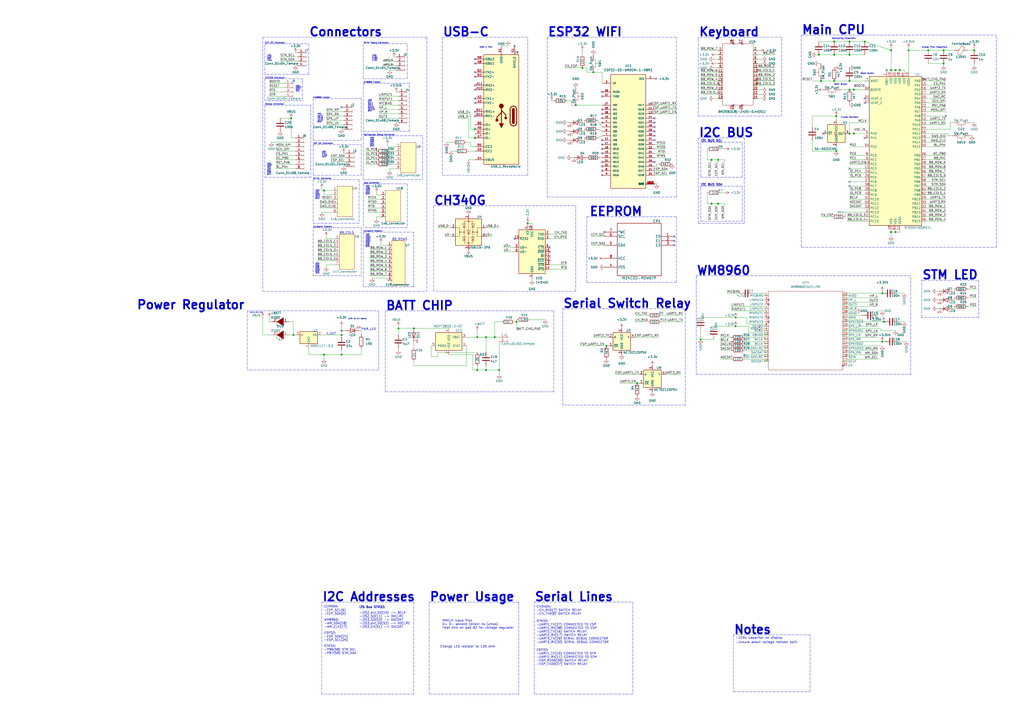
<source format=kicad_sch>
(kicad_sch (version 20211123) (generator eeschema)
  (paper "A2")
  (title_block (title "EV2 - FINN BERG") (date "2023-02-17") (company "CISCO SYSTEMS"))
  (junction (at 344.17 41.91))
  (junction (at 495.3 77.47))
  (junction (at 334.01 60.96))
  (junction (at 426.72 184.15))
  (junction (at 485.14 67.31))
  (junction (at 512.7194 186.69))
  (junction (at 547.37 36.83))
  (junction (at 337.82 39.37))
  (junction (at 369.57 222.25))
  (junction (at 485.14 87.63))
  (junction (at 426.72 189.23))
  (junction (at 198.12 194.31))
  (junction (at 538.48 29.21))
  (junction (at 187.96 205.74))
  (junction (at 501.65 24.13))
  (junction (at 492.76 31.75))
  (junction (at 492.76 52.07))
  (junction (at 516.89 40.64))
  (junction (at 231.14 190.5))
  (junction (at 516.89 134.62))
  (junction (at 276.86 195.58))
  (junction (at 351.79 200.66))
  (junction (at 412.75 118.11))
  (junction (at 281.94 214.63))
  (junction (at 483.87 24.13))
  (junction (at 287.02 195.58))
  (junction (at 198.12 191.77))
  (junction (at 492.76 46.99))
  (junction (at 406.4 196.85))
  (junction (at 547.37 29.21))
  (junction (at 519.43 40.64))
  (junction (at 483.87 31.75))
  (junction (at 495.3 52.07))
  (junction (at 170.18 194.31))
  (junction (at 275.59 74.93))
  (junction (at 289.56 214.63))
  (junction (at 511.81 198.12))
  (junction (at 492.76 24.13))
  (junction (at 565.15 29.21))
  (junction (at 240.03 190.5))
  (junction (at 527.05 29.21))
  (junction (at 306.07 129.54))
  (junction (at 299.72 186.69))
  (junction (at 412.75 92.71))
  (junction (at 198.12 205.74))
  (junction (at 476.25 46.99))
  (junction (at 276.86 214.63))
  (junction (at 275.59 80.01))
  (junction (at 483.87 46.99))
  (junction (at 168.91 68.58))
  (junction (at 511.81 170.18))
  (junction (at 187.96 110.49))
  (junction (at 492.76 77.47))
  (junction (at 416.56 118.11))
  (junction (at 281.94 195.58))
  (junction (at 474.98 31.75))
  (junction (at 416.56 92.71))
  (junction (at 516.89 29.21))
  (junction (at 519.43 134.62))
  (junction (at 521.97 40.64))
  (no_connect (at 501.65 57.15))
  (no_connect (at 318.77 151.13))
  (no_connect (at 318.77 148.59))
  (no_connect (at 391.16 142.24))
  (no_connect (at 349.25 63.5))
  (no_connect (at 275.59 64.77))
  (no_connect (at 349.25 53.34))
  (no_connect (at 548.64 67.31))
  (no_connect (at 275.59 34.29))
  (no_connect (at 275.59 52.07))
  (no_connect (at 379.73 73.66))
  (no_connect (at 492.76 97.79))
  (no_connect (at 445.77 173.99))
  (no_connect (at 391.16 139.7))
  (no_connect (at 488.95 212.09))
  (no_connect (at 349.25 101.6))
  (no_connect (at 379.73 78.74))
  (no_connect (at 349.25 96.52))
  (no_connect (at 349.25 68.58))
  (no_connect (at 391.16 137.16))
  (no_connect (at 275.59 36.83))
  (no_connect (at 431.8 205.74))
  (no_connect (at 349.25 83.82))
  (no_connect (at 349.25 99.06))
  (no_connect (at 379.73 81.28))
  (no_connect (at 298.45 138.43))
  (no_connect (at 379.73 93.98))
  (no_connect (at 275.59 41.91))
  (no_connect (at 425.45 60.96))
  (no_connect (at 275.59 57.15))
  (no_connect (at 275.59 44.45))
  (no_connect (at 445.77 184.15))
  (no_connect (at 492.76 107.95))
  (no_connect (at 349.25 86.36))
  (no_connect (at 477.52 77.47))
  (no_connect (at 514.35 40.64))
  (no_connect (at 349.25 88.9))
  (no_connect (at 492.76 105.41))
  (no_connect (at 318.77 146.05))
  (no_connect (at 379.73 76.2))
  (no_connect (at 379.73 71.12))
  (no_connect (at 445.77 176.53))
  (no_connect (at 349.25 71.12))
  (no_connect (at 298.45 26.67))
  (no_connect (at 198.12 62.23))
  (no_connect (at 350.52 134.62))
  (no_connect (at 425.45 25.4))
  (no_connect (at 501.65 59.69))
  (no_connect (at 318.77 143.51))
  (no_connect (at 445.77 186.69))
  (no_connect (at 349.25 93.98))
  (no_connect (at 349.25 81.28))
  (no_connect (at 275.59 59.69))
  (no_connect (at 275.59 49.53))
  (no_connect (at 275.59 67.31))
  (no_connect (at 430.53 60.96))
  (no_connect (at 430.53 25.4))
  (no_connect (at 349.25 66.04))
  (no_connect (at 349.25 55.88))
  (no_connect (at 501.65 80.01))
  (no_connect (at 379.73 68.58))
  (wire (pts (xy 213.36 115.57) (xy 220.98 115.57)))
  (wire (pts (xy 194.31 153.67) (xy 189.23 153.67)))
  (wire (pts (xy 490.22 123.19) (xy 501.65 123.19)))
  (polyline (pts (xy 215.9 25.4) (xy 236.22 25.4)))
  (polyline (pts (xy 181.61 104.14) (xy 181.61 129.54)))
  (polyline (pts (xy 240.03 349.25) (xy 240.03 402.59)))
  (wire (pts (xy 426.72 184.15) (xy 406.4 184.15)))
  (wire (pts (xy 156.21 55.88) (xy 165.1 55.88)))
  (wire (pts (xy 537.21 82.55) (xy 548.64 82.55)))
  (wire (pts (xy 379.73 83.82) (xy 386.08 83.82)))
  (wire (pts (xy 406.4 52.07) (xy 419.1 52.07)))
  (wire (pts (xy 492.76 77.47) (xy 495.3 77.47)))
  (wire (pts (xy 406.4 191.77) (xy 406.4 196.85)))
  (wire (pts (xy 516.89 134.62) (xy 519.43 134.62)))
  (wire (pts (xy 551.18 74.93) (xy 551.18 71.12)))
  (polyline (pts (xy 300.99 349.25) (xy 300.99 402.59)))
  (wire (pts (xy 537.21 80.01) (xy 548.64 80.01)))
  (wire (pts (xy 184.15 151.13) (xy 194.31 151.13)))
  (wire (pts (xy 420.37 111.76) (xy 417.83 111.76)))
  (wire (pts (xy 340.36 39.37) (xy 340.36 41.91)))
  (wire (pts (xy 445.77 204.47) (xy 443.23 204.47)))
  (wire (pts (xy 226.06 40.64) (xy 229.87 40.64)))
  (wire (pts (xy 308.61 129.54) (xy 308.61 130.81)))
  (wire (pts (xy 492.76 102.87) (xy 501.65 102.87)))
  (wire (pts (xy 292.1 146.05) (xy 298.45 146.05)))
  (wire (pts (xy 229.87 71.12) (xy 231.14 71.12)))
  (wire (pts (xy 491.49 191.77) (xy 491.49 190.5)))
  (wire (pts (xy 443.23 198.12) (xy 431.8 198.12)))
  (wire (pts (xy 492.76 92.71) (xy 501.65 92.71)))
  (wire (pts (xy 492.76 31.75) (xy 501.65 31.75)))
  (wire (pts (xy 381 95.25) (xy 381 96.52)))
  (wire (pts (xy 537.21 54.61) (xy 548.64 54.61)))
  (wire (pts (xy 492.76 100.33) (xy 501.65 100.33)))
  (wire (pts (xy 436.88 44.45) (xy 449.58 44.45)))
  (polyline (pts (xy 247.65 21.59) (xy 152.4 21.59)))
  (wire (pts (xy 406.4 54.61) (xy 419.1 54.61)))
  (wire (pts (xy 276.86 204.47) (xy 254 204.47)))
  (polyline (pts (xy 180.34 102.87) (xy 153.67 102.87)))
  (wire (pts (xy 491.49 171.45) (xy 491.49 170.18)))
  (wire (pts (xy 276.86 195.58) (xy 276.86 191.77)))
  (wire (pts (xy 220.98 140.97) (xy 220.98 142.24)))
  (wire (pts (xy 513.08 198.12) (xy 511.81 198.12)))
  (wire (pts (xy 549.91 78.74) (xy 552.45 78.74)))
  (wire (pts (xy 417.83 86.36) (xy 420.37 86.36)))
  (polyline (pts (xy 397.51 179.07) (xy 397.51 234.95)))
  (wire (pts (xy 369.57 222.25) (xy 370.84 222.25)))
  (polyline (pts (xy 209.55 160.02) (xy 181.61 160.02)))
  (wire (pts (xy 488.95 179.07) (xy 491.49 179.07)))
  (wire (pts (xy 538.48 36.83) (xy 547.37 36.83)))
  (wire (pts (xy 337.82 76.2) (xy 339.09 76.2)))
  (wire (pts (xy 157.48 82.55) (xy 171.45 82.55)))
  (wire (pts (xy 445.77 207.01) (xy 443.23 207.01)))
  (wire (pts (xy 516.89 133.35) (xy 516.89 134.62)))
  (wire (pts (xy 416.56 118.11) (xy 420.37 118.11)))
  (polyline (pts (xy 334.01 168.91) (xy 251.46 168.91)))
  (wire (pts (xy 443.23 196.85) (xy 443.23 195.58)))
  (polyline (pts (xy 326.39 179.07) (xy 397.51 179.07)))
  (wire (pts (xy 445.77 194.31) (xy 443.23 194.31)))
  (wire (pts (xy 273.05 66.04) (xy 265.43 66.04)))
  (wire (pts (xy 445.77 189.23) (xy 443.23 189.23)))
  (wire (pts (xy 276.86 212.09) (xy 276.86 214.63)))
  (wire (pts (xy 299.72 185.42) (xy 299.72 186.69)))
  (polyline (pts (xy 219.71 180.34) (xy 219.71 214.63)))
  (wire (pts (xy 491.49 170.18) (xy 511.81 170.18)))
  (polyline (pts (xy 535.94 162.56) (xy 567.69 162.56)))
  (wire (pts (xy 226.06 90.17) (xy 229.87 90.17)))
  (wire (pts (xy 379.73 106.68) (xy 381 106.68)))
  (wire (pts (xy 420.37 118.11) (xy 420.37 119.38)))
  (polyline (pts (xy 181.61 83.82) (xy 181.61 101.6)))
  (wire (pts (xy 273.05 74.93) (xy 273.05 66.04)))
  (wire (pts (xy 491.49 177.8) (xy 509.27 177.8)))
  (wire (pts (xy 337.82 39.37) (xy 340.36 39.37)))
  (wire (pts (xy 543.56 173.99) (xy 544.83 173.99)))
  (wire (pts (xy 414.02 189.23) (xy 426.72 189.23)))
  (wire (pts (xy 492.76 60.96) (xy 492.76 59.69)))
  (wire (pts (xy 281.94 137.16) (xy 285.75 137.16)))
  (wire (pts (xy 492.76 113.03) (xy 501.65 113.03)))
  (polyline (pts (xy 528.32 217.17) (xy 528.32 160.02)))
  (wire (pts (xy 215.9 161.29) (xy 224.79 161.29)))
  (wire (pts (xy 492.76 52.07) (xy 495.3 52.07)))
  (wire (pts (xy 185.42 118.11) (xy 193.04 118.11)))
  (polyline (pts (xy 240.03 402.59) (xy 186.69 402.59)))
  (wire (pts (xy 483.87 24.13) (xy 492.76 24.13)))
  (polyline (pts (xy 175.26 58.42) (xy 153.67 58.42)))
  (wire (pts (xy 193.04 123.19) (xy 186.69 123.19)))
  (polyline (pts (xy 430.53 102.87) (xy 430.53 82.55)))
  (wire (pts (xy 191.77 93.98) (xy 200.66 93.98)))
  (wire (pts (xy 271.78 92.71) (xy 275.59 92.71)))
  (wire (pts (xy 537.21 115.57) (xy 548.64 115.57)))
  (wire (pts (xy 337.82 81.28) (xy 339.09 81.28)))
  (wire (pts (xy 483.87 46.99) (xy 492.76 46.99)))
  (polyline (pts (xy 406.4 109.22) (xy 406.4 128.27)))
  (polyline (pts (xy 309.88 402.59) (xy 309.88 349.25)))
  (polyline (pts (xy 577.85 143.51) (xy 577.85 20.32)))
  (wire (pts (xy 274.32 214.63) (xy 276.86 214.63)))
  (polyline (pts (xy 406.4 82.55) (xy 406.4 102.87)))
  (wire (pts (xy 537.21 52.07) (xy 548.64 52.07)))
  (wire (pts (xy 186.69 115.57) (xy 193.04 115.57)))
  (wire (pts (xy 488.95 173.99) (xy 491.49 173.99)))
  (wire (pts (xy 415.29 36.83) (xy 419.1 36.83)))
  (wire (pts (xy 334.01 60.96) (xy 349.25 60.96)))
  (wire (pts (xy 547.37 29.21) (xy 553.72 29.21)))
  (polyline (pts (xy 321.31 227.33) (xy 223.52 227.33)))
  (wire (pts (xy 187.96 205.74) (xy 187.96 208.28)))
  (wire (pts (xy 229.87 53.34) (xy 231.14 53.34)))
  (wire (pts (xy 264.16 87.63) (xy 261.62 87.63)))
  (wire (pts (xy 501.65 24.13) (xy 516.89 29.21)))
  (wire (pts (xy 491.49 195.58) (xy 509.27 195.58)))
  (wire (pts (xy 351.79 200.66) (xy 353.06 200.66)))
  (wire (pts (xy 231.14 190.5) (xy 240.03 190.5)))
  (polyline (pts (xy 453.39 21.59) (xy 405.13 21.59)))
  (wire (pts (xy 307.34 185.42) (xy 316.23 185.42)))
  (wire (pts (xy 445.77 191.77) (xy 443.23 191.77)))
  (wire (pts (xy 492.76 77.47) (xy 492.76 71.12)))
  (wire (pts (xy 537.21 105.41) (xy 548.64 105.41)))
  (wire (pts (xy 474.98 36.83) (xy 476.25 36.83)))
  (wire (pts (xy 299.72 186.69) (xy 299.72 191.77)))
  (wire (pts (xy 488.95 207.01) (xy 491.49 207.01)))
  (wire (pts (xy 214.63 147.32) (xy 224.79 147.32)))
  (wire (pts (xy 179.07 205.74) (xy 187.96 205.74)))
  (wire (pts (xy 339.09 69.85) (xy 339.09 71.12)))
  (wire (pts (xy 259.08 82.55) (xy 262.89 82.55)))
  (wire (pts (xy 226.06 87.63) (xy 229.87 87.63)))
  (wire (pts (xy 410.21 118.11) (xy 412.75 118.11)))
  (wire (pts (xy 386.08 217.17) (xy 394.97 217.17)))
  (wire (pts (xy 443.23 200.66) (xy 431.8 200.66)))
  (wire (pts (xy 491.49 194.31) (xy 491.49 193.04)))
  (wire (pts (xy 219.71 68.58) (xy 231.14 68.58)))
  (wire (pts (xy 492.76 90.17) (xy 501.65 90.17)))
  (wire (pts (xy 516.89 40.64) (xy 519.43 40.64)))
  (polyline (pts (xy 210.82 48.26) (xy 210.82 76.2)))
  (wire (pts (xy 551.18 71.12) (xy 552.45 71.12)))
  (polyline (pts (xy 210.82 104.14) (xy 245.11 104.14)))
  (polyline (pts (xy 256.54 21.59) (xy 256.54 101.6)))
  (wire (pts (xy 416.56 92.71) (xy 416.56 93.98)))
  (wire (pts (xy 488.95 199.39) (xy 491.49 199.39)))
  (polyline (pts (xy 208.28 104.14) (xy 208.28 129.54)))
  (polyline (pts (xy 240.03 134.62) (xy 210.82 134.62)))
  (wire (pts (xy 171.45 80.01) (xy 168.91 80.01)))
  (wire (pts (xy 436.88 170.18) (xy 443.23 170.18)))
  (wire (pts (xy 412.75 92.71) (xy 412.75 93.98)))
  (wire (pts (xy 318.77 138.43) (xy 328.93 138.43)))
  (polyline (pts (xy 326.39 234.95) (xy 326.39 179.07)))
  (polyline (pts (xy 152.4 21.59) (xy 152.4 168.91)))
  (polyline (pts (xy 153.67 60.96) (xy 180.34 60.96)))
  (polyline (pts (xy 210.82 25.4) (xy 210.82 45.72)))
  (wire (pts (xy 516.89 134.62) (xy 516.89 137.16)))
  (wire (pts (xy 417.83 208.28) (xy 424.18 208.28)))
  (polyline (pts (xy 431.8 129.54) (xy 431.8 80.01)))
  (wire (pts (xy 509.27 182.88) (xy 509.27 180.34)))
  (wire (pts (xy 436.88 46.99) (xy 449.58 46.99)))
  (wire (pts (xy 220.98 125.73) (xy 218.44 125.73)))
  (wire (pts (xy 519.43 170.18) (xy 524.51 170.18)))
  (wire (pts (xy 347.98 91.44) (xy 349.25 91.44)))
  (wire (pts (xy 379.73 60.96) (xy 392.43 60.96)))
  (wire (pts (xy 379.73 63.5) (xy 392.43 63.5)))
  (wire (pts (xy 491.49 205.74) (xy 509.27 205.74)))
  (polyline (pts (xy 143.51 180.34) (xy 143.51 214.63)))
  (wire (pts (xy 412.75 118.11) (xy 412.75 119.38)))
  (polyline (pts (xy 237.49 76.2) (xy 237.49 48.26)))
  (wire (pts (xy 349.25 41.91) (xy 349.25 48.26)))
  (wire (pts (xy 436.88 54.61) (xy 441.96 54.61)))
  (wire (pts (xy 160.02 92.71) (xy 171.45 92.71)))
  (wire (pts (xy 327.66 39.37) (xy 337.82 39.37)))
  (wire (pts (xy 561.34 167.64) (xy 566.42 167.64)))
  (wire (pts (xy 501.65 115.57) (xy 492.76 115.57)))
  (wire (pts (xy 565.15 71.12) (xy 562.61 71.12)))
  (wire (pts (xy 344.17 41.91) (xy 349.25 41.91)))
  (wire (pts (xy 213.36 120.65) (xy 220.98 120.65)))
  (wire (pts (xy 491.49 175.26) (xy 509.27 175.26)))
  (wire (pts (xy 273.05 85.09) (xy 275.59 85.09)))
  (wire (pts (xy 474.98 24.13) (xy 483.87 24.13)))
  (wire (pts (xy 294.64 26.67) (xy 290.83 26.67)))
  (polyline (pts (xy 469.9 401.32) (xy 469.9 368.3)))
  (wire (pts (xy 320.04 58.42) (xy 321.31 58.42)))
  (wire (pts (xy 471.17 73.66) (xy 471.17 67.31)))
  (wire (pts (xy 436.88 41.91) (xy 449.58 41.91)))
  (wire (pts (xy 491.49 207.01) (xy 491.49 205.74)))
  (wire (pts (xy 561.34 177.8) (xy 566.42 177.8)))
  (wire (pts (xy 552.45 173.99) (xy 553.72 173.99)))
  (wire (pts (xy 537.21 123.19) (xy 548.64 123.19)))
  (wire (pts (xy 337.82 71.12) (xy 339.09 71.12)))
  (wire (pts (xy 516.89 27.94) (xy 516.89 29.21)))
  (wire (pts (xy 224.79 83.82) (xy 224.79 85.09)))
  (polyline (pts (xy 528.32 160.02) (xy 403.86 160.02)))
  (wire (pts (xy 254 204.47) (xy 254 207.01)))
  (wire (pts (xy 412.75 92.71) (xy 416.56 92.71)))
  (wire (pts (xy 306.07 129.54) (xy 308.61 129.54)))
  (wire (pts (xy 289.56 214.63) (xy 289.56 217.17)))
  (wire (pts (xy 219.71 60.96) (xy 231.14 60.96)))
  (polyline (pts (xy 367.03 349.25) (xy 367.03 402.59)))
  (wire (pts (xy 445.77 171.45) (xy 443.23 171.45)))
  (wire (pts (xy 491.49 128.27) (xy 501.65 128.27)))
  (wire (pts (xy 271.78 80.01) (xy 271.78 68.58)))
  (wire (pts (xy 519.43 40.64) (xy 521.97 40.64)))
  (wire (pts (xy 443.23 191.77) (xy 443.23 190.5)))
  (wire (pts (xy 198.12 62.23) (xy 199.39 62.23)))
  (wire (pts (xy 416.56 118.11) (xy 416.56 119.38)))
  (wire (pts (xy 229.87 97.79) (xy 226.06 97.79)))
  (wire (pts (xy 406.4 49.53) (xy 419.1 49.53)))
  (polyline (pts (xy 469.9 368.3) (xy 425.45 368.3)))
  (wire (pts (xy 537.21 67.31) (xy 548.64 67.31)))
  (wire (pts (xy 289.56 214.63) (xy 281.94 214.63)))
  (wire (pts (xy 495.3 50.8) (xy 495.3 52.07)))
  (wire (pts (xy 298.45 186.69) (xy 299.72 186.69)))
  (wire (pts (xy 156.21 186.69) (xy 157.48 186.69)))
  (wire (pts (xy 240.03 198.12) (xy 240.03 201.93)))
  (polyline (pts (xy 181.61 101.6) (xy 209.55 101.6)))
  (wire (pts (xy 339.09 80.01) (xy 339.09 81.28)))
  (wire (pts (xy 474.98 31.75) (xy 483.87 31.75)))
  (wire (pts (xy 436.88 49.53) (xy 449.58 49.53)))
  (wire (pts (xy 417.83 198.12) (xy 424.18 198.12)))
  (wire (pts (xy 443.23 209.55) (xy 443.23 208.28)))
  (polyline (pts (xy 300.99 402.59) (xy 248.92 402.59)))
  (wire (pts (xy 417.83 200.66) (xy 424.18 200.66)))
  (polyline (pts (xy 321.31 180.34) (xy 321.31 227.33)))
  (wire (pts (xy 488.95 196.85) (xy 491.49 196.85)))
  (wire (pts (xy 491.49 199.39) (xy 491.49 198.12)))
  (wire (pts (xy 537.21 97.79) (xy 548.64 97.79)))
  (polyline (pts (xy 186.69 349.25) (xy 240.03 349.25)))
  (wire (pts (xy 521.97 40.64) (xy 521.97 41.91)))
  (polyline (pts (xy 210.82 78.74) (xy 210.82 80.01)))
  (wire (pts (xy 156.21 184.15) (xy 156.21 186.69)))
  (polyline (pts (xy 567.69 162.56) (xy 567.69 184.15)))
  (wire (pts (xy 471.17 67.31) (xy 485.14 67.31)))
  (wire (pts (xy 219.71 55.88) (xy 231.14 55.88)))
  (wire (pts (xy 434.34 193.04) (xy 434.34 189.23)))
  (wire (pts (xy 276.86 214.63) (xy 281.94 214.63)))
  (wire (pts (xy 445.77 196.85) (xy 443.23 196.85)))
  (wire (pts (xy 488.95 186.69) (xy 491.49 186.69)))
  (wire (pts (xy 436.88 29.21) (xy 440.69 29.21)))
  (wire (pts (xy 186.69 194.31) (xy 198.12 194.31)))
  (wire (pts (xy 492.76 95.25) (xy 501.65 95.25)))
  (wire (pts (xy 406.4 29.21) (xy 419.1 29.21)))
  (wire (pts (xy 443.23 181.61) (xy 443.23 180.34)))
  (wire (pts (xy 443.23 180.34) (xy 424.18 180.34)))
  (wire (pts (xy 421.64 170.18) (xy 429.26 170.18)))
  (wire (pts (xy 565.15 36.83) (xy 565.15 38.1)))
  (polyline (pts (xy 236.22 132.08) (xy 210.82 132.08)))
  (wire (pts (xy 552.45 179.07) (xy 553.72 179.07)))
  (polyline (pts (xy 210.82 134.62) (xy 210.82 166.37)))
  (polyline (pts (xy 406.4 107.95) (xy 406.4 109.22)))
  (wire (pts (xy 443.23 171.45) (xy 443.23 170.18)))
  (wire (pts (xy 184.15 146.05) (xy 194.31 146.05)))
  (wire (pts (xy 226.06 97.79) (xy 226.06 99.06)))
  (wire (pts (xy 152.4 184.15) (xy 152.4 194.31)))
  (wire (pts (xy 436.88 57.15) (xy 441.96 57.15)))
  (wire (pts (xy 443.23 189.23) (xy 443.23 187.96)))
  (wire (pts (xy 499.11 189.23) (xy 509.27 189.23)))
  (wire (pts (xy 194.31 138.43) (xy 189.23 138.43)))
  (wire (pts (xy 436.88 36.83) (xy 441.96 36.83)))
  (wire (pts (xy 337.82 29.21) (xy 337.82 31.75)))
  (wire (pts (xy 270.51 195.58) (xy 276.86 195.58)))
  (polyline (pts (xy 405.13 67.31) (xy 453.39 67.31)))
  (wire (pts (xy 553.72 172.72) (xy 553.72 173.99)))
  (wire (pts (xy 491.49 179.07) (xy 491.49 177.8)))
  (wire (pts (xy 378.46 45.72) (xy 379.73 45.72)))
  (wire (pts (xy 561.34 29.21) (xy 565.15 29.21)))
  (wire (pts (xy 170.18 194.31) (xy 171.45 194.31)))
  (polyline (pts (xy 334.01 119.38) (xy 334.01 168.91)))
  (wire (pts (xy 412.75 118.11) (xy 416.56 118.11)))
  (wire (pts (xy 488.95 176.53) (xy 491.49 176.53)))
  (wire (pts (xy 224.79 142.24) (xy 220.98 142.24)))
  (polyline (pts (xy 143.51 180.34) (xy 219.71 180.34)))
  (wire (pts (xy 198.12 189.23) (xy 198.12 191.77)))
  (wire (pts (xy 537.21 107.95) (xy 548.64 107.95)))
  (wire (pts (xy 179.07 201.93) (xy 179.07 205.74)))
  (polyline (pts (xy 223.52 180.34) (xy 321.31 180.34)))
  (wire (pts (xy 537.21 69.85) (xy 548.64 69.85)))
  (wire (pts (xy 510.54 191.77) (xy 519.43 191.77)))
  (polyline (pts (xy 240.03 165.1) (xy 240.03 134.62)))
  (wire (pts (xy 491.49 201.93) (xy 491.49 200.66)))
  (wire (pts (xy 474.98 31.75) (xy 473.71 31.75)))
  (wire (pts (xy 379.73 99.06) (xy 387.35 99.06)))
  (wire (pts (xy 519.43 40.64) (xy 519.43 41.91)))
  (polyline (pts (xy 425.45 368.3) (xy 425.45 370.84)))
  (wire (pts (xy 434.34 189.23) (xy 426.72 189.23)))
  (wire (pts (xy 281.94 132.08) (xy 289.56 132.08)))
  (wire (pts (xy 199.39 96.52) (xy 200.66 96.52)))
  (wire (pts (xy 224.79 85.09) (xy 229.87 85.09)))
  (wire (pts (xy 414.02 57.15) (xy 419.1 57.15)))
  (wire (pts (xy 331.47 58.42) (xy 331.47 60.96)))
  (wire (pts (xy 410.21 111.76) (xy 410.21 118.11)))
  (wire (pts (xy 511.81 168.91) (xy 511.81 170.18)))
  (wire (pts (xy 214.63 152.4) (xy 224.79 152.4)))
  (wire (pts (xy 214.63 144.78) (xy 224.79 144.78)))
  (polyline (pts (xy 430.53 107.95) (xy 406.4 107.95)))
  (wire (pts (xy 485.14 85.09) (xy 485.14 87.63)))
  (polyline (pts (xy 240.03 165.1) (xy 240.03 166.37)))
  (wire (pts (xy 443.23 203.2) (xy 431.8 203.2)))
  (wire (pts (xy 167.64 186.69) (xy 170.18 186.69)))
  (wire (pts (xy 488.95 209.55) (xy 491.49 209.55)))
  (wire (pts (xy 491.49 193.04) (xy 509.27 193.04)))
  (wire (pts (xy 250.19 200.66) (xy 250.19 207.01)))
  (polyline (pts (xy 417.83 82.55) (xy 406.4 82.55)))
  (wire (pts (xy 287.02 195.58) (xy 287.02 186.69)))
  (polyline (pts (xy 210.82 80.01) (xy 210.82 104.14)))
  (polyline (pts (xy 392.43 125.73) (xy 392.43 163.83)))
  (wire (pts (xy 318.77 156.21) (xy 328.93 156.21)))
  (polyline (pts (xy 210.82 106.68) (xy 210.82 132.08)))
  (wire (pts (xy 187.96 113.03) (xy 187.96 110.49)))
  (wire (pts (xy 254 207.01) (xy 250.19 207.01)))
  (wire (pts (xy 222.25 35.56) (xy 229.87 35.56)))
  (wire (pts (xy 488.95 204.47) (xy 491.49 204.47)))
  (wire (pts (xy 212.09 95.25) (xy 218.44 95.25)))
  (polyline (pts (xy 340.36 125.73) (xy 392.43 125.73)))
  (wire (pts (xy 491.49 209.55) (xy 491.49 208.28)))
  (wire (pts (xy 491.49 125.73) (xy 501.65 125.73)))
  (wire (pts (xy 328.93 58.42) (xy 331.47 58.42)))
  (wire (pts (xy 287.02 186.69) (xy 290.83 186.69)))
  (wire (pts (xy 443.23 205.74) (xy 431.8 205.74)))
  (wire (pts (xy 488.95 189.23) (xy 491.49 189.23)))
  (polyline (pts (xy 403.86 160.02) (xy 403.86 163.83)))
  (wire (pts (xy 491.49 187.96) (xy 499.11 187.96)))
  (polyline (pts (xy 406.4 102.87) (xy 430.53 102.87)))
  (wire (pts (xy 492.76 71.12) (xy 502.92 71.12)))
  (wire (pts (xy 191.77 91.44) (xy 200.66 91.44)))
  (wire (pts (xy 167.64 194.31) (xy 170.18 194.31)))
  (wire (pts (xy 483.87 31.75) (xy 492.76 31.75)))
  (wire (pts (xy 193.04 110.49) (xy 187.96 110.49)))
  (wire (pts (xy 417.83 203.2) (xy 424.18 203.2)))
  (wire (pts (xy 514.35 41.91) (xy 514.35 40.64)))
  (wire (pts (xy 495.3 76.2) (xy 495.3 77.47)))
  (wire (pts (xy 491.49 172.72) (xy 509.27 172.72)))
  (polyline (pts (xy 210.82 76.2) (xy 237.49 76.2)))
  (wire (pts (xy 487.68 52.07) (xy 492.76 52.07)))
  (polyline (pts (xy 534.67 162.56) (xy 535.94 162.56)))
  (wire (pts (xy 537.21 74.93) (xy 551.18 74.93)))
  (wire (pts (xy 198.12 74.93) (xy 199.39 74.93)))
  (wire (pts (xy 359.41 222.25) (xy 369.57 222.25)))
  (wire (pts (xy 492.76 97.79) (xy 501.65 97.79)))
  (wire (pts (xy 271.78 68.58) (xy 265.43 68.58)))
  (wire (pts (xy 491.49 190.5) (xy 510.54 190.5)))
  (wire (pts (xy 527.05 29.21) (xy 527.05 41.91)))
  (wire (pts (xy 516.89 40.64) (xy 516.89 41.91)))
  (wire (pts (xy 184.15 148.59) (xy 194.31 148.59)))
  (polyline (pts (xy 245.11 78.74) (xy 210.82 78.74)))
  (polyline (pts (xy 464.82 143.51) (xy 577.85 143.51)))
  (wire (pts (xy 189.23 64.77) (xy 199.39 64.77)))
  (wire (pts (xy 519.43 134.62) (xy 521.97 134.62)))
  (wire (pts (xy 379.73 88.9) (xy 386.08 88.9)))
  (wire (pts (xy 415.29 31.75) (xy 419.1 31.75)))
  (wire (pts (xy 537.21 95.25) (xy 548.64 95.25)))
  (polyline (pts (xy 153.67 60.96) (xy 153.67 102.87)))
  (polyline (pts (xy 392.43 114.3) (xy 392.43 21.59)))
  (wire (pts (xy 219.71 66.04) (xy 231.14 66.04)))
  (wire (pts (xy 275.59 72.39) (xy 275.59 74.93)))
  (wire (pts (xy 491.49 203.2) (xy 509.27 203.2)))
  (wire (pts (xy 441.96 190.5) (xy 443.23 190.5)))
  (wire (pts (xy 344.17 195.58) (xy 353.06 195.58)))
  (wire (pts (xy 379.73 101.6) (xy 387.35 101.6)))
  (polyline (pts (xy 405.13 21.59) (xy 405.13 22.86)))
  (wire (pts (xy 226.06 95.25) (xy 229.87 95.25)))
  (polyline (pts (xy 208.28 129.54) (xy 181.61 129.54)))
  (wire (pts (xy 537.21 85.09) (xy 548.64 85.09)))
  (wire (pts (xy 160.02 90.17) (xy 171.45 90.17)))
  (wire (pts (xy 476.25 46.99) (xy 483.87 46.99)))
  (wire (pts (xy 406.4 44.45) (xy 419.1 44.45)))
  (wire (pts (xy 491.49 185.42) (xy 500.38 185.42)))
  (polyline (pts (xy 431.8 80.01) (xy 405.13 80.01)))
  (wire (pts (xy 406.4 46.99) (xy 419.1 46.99)))
  (polyline (pts (xy 209.55 81.28) (xy 209.55 57.15)))
  (wire (pts (xy 416.56 92.71) (xy 420.37 92.71)))
  (wire (pts (xy 257.81 137.16) (xy 261.62 137.16)))
  (wire (pts (xy 537.21 57.15) (xy 548.64 57.15)))
  (wire (pts (xy 231.14 201.93) (xy 231.14 203.2)))
  (wire (pts (xy 538.48 29.21) (xy 547.37 29.21)))
  (wire (pts (xy 436.88 31.75) (xy 449.58 31.75)))
  (wire (pts (xy 519.43 133.35) (xy 519.43 134.62)))
  (wire (pts (xy 184.15 140.97) (xy 194.31 140.97)))
  (wire (pts (xy 198.12 205.74) (xy 209.55 205.74)))
  (polyline (pts (xy 405.13 129.54) (xy 431.8 129.54)))
  (wire (pts (xy 213.36 123.19) (xy 220.98 123.19)))
  (wire (pts (xy 156.21 48.26) (xy 165.1 48.26)))
  (wire (pts (xy 445.77 201.93) (xy 443.23 201.93)))
  (wire (pts (xy 160.02 85.09) (xy 171.45 85.09)))
  (polyline (pts (xy 242.57 168.91) (xy 247.65 168.91)))
  (polyline (pts (xy 237.49 48.26) (xy 210.82 48.26)))
  (wire (pts (xy 198.12 203.2) (xy 198.12 205.74)))
  (polyline (pts (xy 179.07 43.18) (xy 153.67 43.18)))
  (polyline (pts (xy 209.55 101.6) (xy 209.55 83.82)))
  (polyline (pts (xy 209.55 57.15) (xy 207.01 57.15)))
  (polyline (pts (xy 181.61 83.82) (xy 209.55 83.82)))
  (wire (pts (xy 198.12 191.77) (xy 198.12 194.31)))
  (wire (pts (xy 198.12 194.31) (xy 198.12 195.58)))
  (wire (pts (xy 184.15 143.51) (xy 194.31 143.51)))
  (polyline (pts (xy 181.61 104.14) (xy 208.28 104.14)))
  (polyline (pts (xy 464.82 20.32) (xy 577.85 20.32)))
  (wire (pts (xy 471.17 87.63) (xy 485.14 87.63)))
  (wire (pts (xy 443.23 177.8) (xy 424.18 177.8)))
  (wire (pts (xy 214.63 160.02) (xy 224.79 160.02)))
  (wire (pts (xy 208.28 191.77) (xy 209.55 191.77)))
  (wire (pts (xy 170.18 186.69) (xy 170.18 194.31)))
  (wire (pts (xy 379.73 86.36) (xy 386.08 86.36)))
  (wire (pts (xy 553.72 177.8) (xy 553.72 179.07)))
  (wire (pts (xy 168.91 80.01) (xy 168.91 68.58)))
  (wire (pts (xy 156.21 53.34) (xy 165.1 53.34)))
  (wire (pts (xy 509.27 180.34) (xy 511.81 180.34)))
  (wire (pts (xy 219.71 58.42) (xy 231.14 58.42)))
  (wire (pts (xy 189.23 72.39) (xy 199.39 72.39)))
  (wire (pts (xy 492.76 24.13) (xy 501.65 24.13)))
  (polyline (pts (xy 567.69 184.15) (xy 534.67 184.15)))
  (wire (pts (xy 328.93 81.28) (xy 330.2 81.28)))
  (wire (pts (xy 336.55 200.66) (xy 351.79 200.66)))
  (wire (pts (xy 328.93 76.2) (xy 330.2 76.2)))
  (wire (pts (xy 520.7 186.69) (xy 524.51 186.69)))
  (wire (pts (xy 488.95 184.15) (xy 491.49 184.15)))
  (wire (pts (xy 218.44 125.73) (xy 218.44 127)))
  (wire (pts (xy 209.55 201.93) (xy 209.55 205.74)))
  (wire (pts (xy 226.06 92.71) (xy 229.87 92.71)))
  (wire (pts (xy 510.54 190.5) (xy 510.54 191.77)))
  (wire (pts (xy 260.35 205.74) (xy 274.32 205.74)))
  (wire (pts (xy 346.71 80.01) (xy 349.25 78.74)))
  (polyline (pts (xy 430.53 128.27) (xy 430.53 107.95)))
  (wire (pts (xy 289.56 214.63) (xy 289.56 198.12)))
  (wire (pts (xy 281.94 204.47) (xy 281.94 195.58)))
  (wire (pts (xy 414.02 34.29) (xy 419.1 34.29)))
  (wire (pts (xy 382.27 95.25) (xy 381 95.25)))
  (wire (pts (xy 537.21 46.99) (xy 548.64 46.99)))
  (wire (pts (xy 162.56 68.58) (xy 168.91 68.58)))
  (wire (pts (xy 491.49 200.66) (xy 511.81 200.66)))
  (wire (pts (xy 445.77 179.07) (xy 443.23 179.07)))
  (wire (pts (xy 328.93 71.12) (xy 330.2 71.12)))
  (wire (pts (xy 433.07 184.15) (xy 426.72 184.15)))
  (wire (pts (xy 379.73 91.44) (xy 386.08 91.44)))
  (wire (pts (xy 240.03 212.09) (xy 270.51 212.09)))
  (wire (pts (xy 488.95 201.93) (xy 491.49 201.93)))
  (wire (pts (xy 189.23 69.85) (xy 199.39 69.85)))
  (wire (pts (xy 512.7194 186.69) (xy 513.08 186.69)))
  (wire (pts (xy 491.49 181.61) (xy 491.49 180.34)))
  (wire (pts (xy 443.23 207.01) (xy 443.23 205.74)))
  (polyline (pts (xy 219.71 214.63) (xy 143.51 214.63)))
  (wire (pts (xy 537.21 110.49) (xy 548.64 110.49)))
  (wire (pts (xy 356.87 217.17) (xy 370.84 217.17)))
  (wire (pts (xy 553.72 167.64) (xy 553.72 168.91)))
  (wire (pts (xy 524.51 40.64) (xy 524.51 41.91)))
  (wire (pts (xy 537.21 120.65) (xy 548.64 120.65)))
  (wire (pts (xy 537.21 102.87) (xy 548.64 102.87)))
  (wire (pts (xy 495.3 77.47) (xy 501.65 77.47)))
  (wire (pts (xy 492.76 110.49) (xy 501.65 110.49)))
  (wire (pts (xy 187.96 205.74) (xy 198.12 205.74)))
  (wire (pts (xy 520.7 198.12) (xy 525.78 198.12)))
  (polyline (pts (xy 405.13 22.86) (xy 405.13 67.31)))
  (wire (pts (xy 160.02 95.25) (xy 171.45 95.25)))
  (wire (pts (xy 491.49 184.15) (xy 491.49 182.88)))
  (polyline (pts (xy 251.46 168.91) (xy 251.46 119.38)))
  (wire (pts (xy 231.14 189.23) (xy 231.14 190.5)))
  (wire (pts (xy 500.38 186.69) (xy 512.7194 186.69)))
  (wire (pts (xy 492.76 107.95) (xy 501.65 107.95)))
  (wire (pts (xy 547.37 36.83) (xy 547.37 38.1)))
  (wire (pts (xy 431.8 195.58) (xy 443.23 195.58)))
  (wire (pts (xy 527.05 29.21) (xy 538.48 29.21)))
  (polyline (pts (xy 236.22 45.72) (xy 236.22 25.4)))
  (wire (pts (xy 537.21 59.69) (xy 548.64 59.69)))
  (polyline (pts (xy 340.36 163.83) (xy 340.36 125.73)))
  (wire (pts (xy 287.02 195.58) (xy 289.56 195.58)))
  (wire (pts (xy 420.37 92.71) (xy 420.37 93.98)))
  (wire (pts (xy 212.09 90.17) (xy 218.44 90.17)))
  (wire (pts (xy 340.36 41.91) (xy 344.17 41.91)))
  (wire (pts (xy 275.59 77.47) (xy 275.59 80.01)))
  (polyline (pts (xy 306.07 101.6) (xy 306.07 21.59)))
  (wire (pts (xy 516.89 29.21) (xy 516.89 40.64)))
  (wire (pts (xy 537.21 118.11) (xy 548.64 118.11)))
  (wire (pts (xy 189.23 137.16) (xy 189.23 138.43)))
  (wire (pts (xy 306.07 129.54) (xy 306.07 130.81)))
  (wire (pts (xy 488.95 191.77) (xy 491.49 191.77)))
  (wire (pts (xy 436.88 34.29) (xy 441.96 34.29)))
  (wire (pts (xy 492.76 105.41) (xy 501.65 105.41)))
  (wire (pts (xy 436.88 52.07) (xy 441.96 52.07)))
  (wire (pts (xy 270.51 82.55) (xy 273.05 82.55)))
  (polyline (pts (xy 181.61 81.28) (xy 209.55 81.28)))
  (polyline (pts (xy 153.67 43.18) (xy 153.67 25.4)))
  (polyline (pts (xy 425.45 368.3) (xy 425.45 368.3)))
  (wire (pts (xy 214.63 149.86) (xy 224.79 149.86)))
  (wire (pts (xy 381 96.52) (xy 379.73 96.52)))
  (wire (pts (xy 443.23 187.96) (xy 433.07 187.96)))
  (wire (pts (xy 521.97 40.64) (xy 524.51 40.64)))
  (wire (pts (xy 501.65 118.11) (xy 492.76 118.11)))
  (wire (pts (xy 273.05 82.55) (xy 273.05 85.09)))
  (wire (pts (xy 275.59 74.93) (xy 273.05 74.93)))
  (polyline (pts (xy 223.52 227.33) (xy 223.52 180.34)))
  (wire (pts (xy 491.49 196.85) (xy 491.49 195.58)))
  (wire (pts (xy 224.79 161.29) (xy 224.79 162.56)))
  (polyline (pts (xy 236.22 106.68) (xy 236.22 132.08)))
  (wire (pts (xy 414.02 39.37) (xy 419.1 39.37)))
  (wire (pts (xy 331.47 60.96) (xy 334.01 60.96)))
  (wire (pts (xy 543.56 179.07) (xy 544.83 179.07)))
  (wire (pts (xy 488.95 171.45) (xy 491.49 171.45)))
  (wire (pts (xy 491.49 189.23) (xy 491.49 187.96)))
  (polyline (pts (xy 453.39 67.31) (xy 453.39 21.59)))
  (wire (pts (xy 212.09 92.71) (xy 218.44 92.71)))
  (wire (pts (xy 275.59 80.01) (xy 271.78 80.01)))
  (wire (pts (xy 171.45 38.1) (xy 172.72 38.1)))
  (wire (pts (xy 521.97 133.35) (xy 521.97 134.62)))
  (wire (pts (xy 471.17 81.28) (xy 471.17 87.63)))
  (wire (pts (xy 186.69 109.22) (xy 186.69 110.49)))
  (polyline (pts (xy 175.26 45.72) (xy 175.26 46.99)))
  (wire (pts (xy 410.21 86.36) (xy 410.21 92.71)))
  (polyline (pts (xy 403.86 163.83) (xy 403.86 217.17)))
  (wire (pts (xy 495.3 52.07) (xy 501.65 52.07)))
  (wire (pts (xy 281.94 212.09) (xy 281.94 214.63)))
  (wire (pts (xy 406.4 41.91) (xy 419.1 41.91)))
  (wire (pts (xy 417.83 195.58) (xy 424.18 195.58)))
  (wire (pts (xy 240.03 190.5) (xy 260.35 190.5)))
  (wire (pts (xy 492.76 120.65) (xy 501.65 120.65)))
  (polyline (pts (xy 248.92 402.59) (xy 248.92 349.25)))
  (wire (pts (xy 471.17 46.99) (xy 476.25 46.99)))
  (polyline (pts (xy 179.07 25.4) (xy 179.07 43.18)))
  (wire (pts (xy 537.21 72.39) (xy 548.64 72.39)))
  (wire (pts (xy 491.49 208.28) (xy 509.27 208.28)))
  (wire (pts (xy 443.23 199.39) (xy 443.23 198.12)))
  (wire (pts (xy 443.23 208.28) (xy 431.8 208.28)))
  (polyline (pts (xy 317.5 114.3) (xy 392.43 114.3)))
  (wire (pts (xy 537.21 113.03) (xy 548.64 113.03)))
  (wire (pts (xy 488.95 181.61) (xy 491.49 181.61)))
  (wire (pts (xy 563.88 78.74) (xy 562.61 78.74)))
  (wire (pts (xy 476.25 125.73) (xy 482.6 125.73)))
  (wire (pts (xy 500.38 185.42) (xy 500.38 186.69)))
  (wire (pts (xy 491.49 198.12) (xy 511.81 198.12)))
  (polyline (pts (xy 210.82 166.37) (xy 240.03 166.37)))
  (polyline (pts (xy 405.13 80.01) (xy 405.13 129.54)))
  (polyline (pts (xy 534.67 184.15) (xy 534.67 162.56)))
  (wire (pts (xy 218.44 111.76) (xy 218.44 113.03)))
  (wire (pts (xy 214.63 157.48) (xy 224.79 157.48)))
  (wire (pts (xy 152.4 194.31) (xy 157.48 194.31)))
  (polyline (pts (xy 153.67 25.4) (xy 179.07 25.4)))
  (polyline (pts (xy 403.86 217.17) (xy 528.32 217.17)))
  (wire (pts (xy 491.49 180.34) (xy 496.57 180.34)))
  (wire (pts (xy 274.32 205.74) (xy 274.32 214.63)))
  (wire (pts (xy 346.71 74.93) (xy 349.25 76.2)))
  (wire (pts (xy 445.77 199.39) (xy 443.23 199.39)))
  (polyline (pts (xy 207.01 57.15) (xy 181.61 57.15)))
  (polyline (pts (xy 256.54 101.6) (xy 306.07 101.6)))
  (wire (pts (xy 339.09 74.93) (xy 339.09 76.2)))
  (wire (pts (xy 212.09 87.63) (xy 218.44 87.63)))
  (wire (pts (xy 240.03 212.09) (xy 240.03 209.55)))
  (wire (pts (xy 491.49 176.53) (xy 491.49 175.26)))
  (wire (pts (xy 219.71 63.5) (xy 231.14 63.5)))
  (polyline (pts (xy 181.61 57.15) (xy 181.61 81.28)))
  (polyline (pts (xy 317.5 21.59) (xy 317.5 114.3)))
  (wire (pts (xy 443.23 179.07) (xy 443.23 177.8)))
  (wire (pts (xy 537.21 125.73) (xy 548.64 125.73)))
  (polyline (pts (xy 175.26 46.99) (xy 175.26 58.42)))
  (polyline (pts (xy 248.92 349.25) (xy 300.99 349.25)))
  (wire (pts (xy 346.71 69.85) (xy 349.25 73.66)))
  (polyline (pts (xy 247.65 21.59) (xy 247.65 168.91)))
  (wire (pts (xy 271.78 87.63) (xy 275.59 87.63)))
  (wire (pts (xy 537.21 90.17) (xy 548.64 90.17)))
  (polyline (pts (xy 317.5 21.59) (xy 392.43 21.59)))
  (wire (pts (xy 318.77 135.89) (xy 328.93 135.89)))
  (wire (pts (xy 537.21 64.77) (xy 548.64 64.77)))
  (wire (pts (xy 281.94 195.58) (xy 276.86 195.58)))
  (wire (pts (xy 383.54 182.88) (xy 396.24 182.88)))
  (wire (pts (xy 537.21 128.27) (xy 548.64 128.27)))
  (polyline (pts (xy 210.82 45.72) (xy 236.22 45.72)))
  (polyline (pts (xy 251.46 119.38) (xy 334.01 119.38)))
  (wire (pts (xy 213.36 118.11) (xy 220.98 118.11)))
  (wire (pts (xy 270.51 212.09) (xy 270.51 200.66)))
  (wire (pts (xy 527.05 27.94) (xy 527.05 29.21)))
  (wire (pts (xy 443.23 204.47) (xy 443.23 203.2)))
  (wire (pts (xy 214.63 154.94) (xy 224.79 154.94)))
  (polyline (pts (xy 186.69 402.59) (xy 186.69 349.25)))
  (wire (pts (xy 485.14 67.31) (xy 485.14 69.85)))
  (wire (pts (xy 199.39 88.9) (xy 200.66 88.9)))
  (wire (pts (xy 220.98 113.03) (xy 218.44 113.03)))
  (wire (pts (xy 445.77 181.61) (xy 443.23 181.61)))
  (wire (pts (xy 488.95 194.31) (xy 491.49 194.31)))
  (wire (pts (xy 308.61 161.29) (xy 308.61 162.56)))
  (wire (pts (xy 537.21 92.71) (xy 548.64 92.71)))
  (wire (pts (xy 342.9 142.24) (xy 350.52 142.24)))
  (wire (pts (xy 368.3 182.88) (xy 375.92 182.88)))
  (wire (pts (xy 254 132.08) (xy 261.62 132.08)))
  (wire (pts (xy 162.56 35.56) (xy 172.72 35.56)))
  (polyline (pts (xy 425.45 370.84) (xy 425.45 401.32)))
  (polyline (pts (xy 430.53 82.55) (xy 417.83 82.55)))
  (wire (pts (xy 342.9 137.16) (xy 350.52 137.16)))
  (wire (pts (xy 209.55 191.77) (xy 209.55 194.31)))
  (wire (pts (xy 491.49 182.88) (xy 500.38 182.88)))
  (polyline (pts (xy 210.82 106.68) (xy 236.22 106.68)))
  (polyline (pts (xy 309.88 349.25) (xy 367.03 349.25)))
  (wire (pts (xy 406.4 196.85) (xy 414.02 196.85)))
  (wire (pts (xy 537.21 77.47) (xy 549.91 77.47)))
  (polyline (pts (xy 406.4 128.27) (xy 430.53 128.27)))
  (polyline (pts (xy 256.54 21.59) (xy 306.07 21.59)))
  (polyline (pts (xy 397.51 234.95) (xy 326.39 234.95)))
  (polyline (pts (xy 209.55 132.08) (xy 209.55 160.02)))
  (polyline (pts (xy 245.11 104.14) (xy 245.11 78.74)))
  (wire (pts (xy 160.02 87.63) (xy 171.45 87.63)))
  (wire (pts (xy 410.21 92.71) (xy 412.75 92.71)))
  (polyline (pts (xy 425.45 401.32) (xy 469.9 401.32)))
  (wire (pts (xy 491.49 173.99) (xy 491.49 172.72)))
  (wire (pts (xy 189.23 67.31) (xy 199.39 67.31)))
  (wire (pts (xy 160.02 97.79) (xy 171.45 97.79)))
  (wire (pts (xy 433.07 187.96) (xy 433.07 184.15)))
  (wire (pts (xy 436.88 39.37) (xy 449.58 39.37)))
  (wire (pts (xy 492.76 46.99) (xy 501.65 46.99)))
  (wire (pts (xy 499.11 187.96) (xy 499.11 189.23)))
  (wire (pts (xy 443.23 201.93) (xy 443.23 200.66)))
  (wire (pts (xy 549.91 77.47) (xy 549.91 78.74)))
  (wire (pts (xy 292.1 143.51) (xy 298.45 143.51)))
  (wire (pts (xy 490.22 123.19) (xy 490.22 125.73)))
  (wire (pts (xy 537.21 62.23) (xy 548.64 62.23)))
  (wire (pts (xy 222.25 38.1) (xy 229.87 38.1)))
  (wire (pts (xy 383.54 186.69) (xy 396.24 186.69)))
  (wire (pts (xy 318.77 153.67) (xy 328.93 153.67)))
  (wire (pts (xy 189.23 153.67) (xy 189.23 154.94)))
  (wire (pts (xy 508 182.88) (xy 509.27 182.88)))
  (wire (pts (xy 193.04 113.03) (xy 187.96 113.03)))
  (wire (pts (xy 171.45 30.48) (xy 172.72 30.48)))
  (wire (pts (xy 543.56 168.91) (xy 544.83 168.91)))
  (polyline (pts (xy 153.67 58.42) (xy 153.67 45.72)))
  (polyline (pts (xy 464.82 20.32) (xy 464.82 143.51)))
  (wire (pts (xy 537.21 49.53) (xy 548.64 49.53)))
  (wire (pts (xy 162.56 33.02) (xy 172.72 33.02)))
  (wire (pts (xy 565.15 27.94) (xy 565.15 29.21)))
  (wire (pts (xy 185.42 120.65) (xy 193.04 120.65)))
  (wire (pts (xy 445.77 209.55) (xy 443.23 209.55)))
  (polyline (pts (xy 180.34 60.96) (xy 180.34 102.87)))
  (wire (pts (xy 198.12 191.77) (xy 200.66 191.77)))
  (wire (pts (xy 443.23 193.04) (xy 434.34 193.04)))
  (wire (pts (xy 228.6 33.02) (xy 229.87 33.02)))
  (wire (pts (xy 443.23 194.31) (xy 443.23 193.04)))
  (polyline (pts (xy 367.03 402.59) (xy 309.88 402.59)))
  (wire (pts (xy 561.34 172.72) (xy 566.42 172.72)))
  (wire (pts (xy 537.21 100.33) (xy 548.64 100.33)))
  (wire (pts (xy 281.94 195.58) (xy 287.02 195.58)))
  (wire (pts (xy 231.14 190.5) (xy 231.14 194.31)))
  (polyline (pts (xy 392.43 163.83) (xy 340.36 163.83)))
  (wire (pts (xy 491.49 204.47) (xy 491.49 203.2)))
  (polyline (pts (xy 152.4 168.91) (xy 242.57 168.91)))
  (polyline (pts (xy 181.61 160.02) (xy 181.61 132.08)))
  (wire (pts (xy 187.96 110.49) (xy 186.69 110.49)))
  (polyline (pts (xy 153.67 45.72) (xy 175.26 45.72)))
  (polyline (pts (xy 181.61 132.08) (xy 209.55 132.08)))
  (wire (pts (xy 368.3 186.69) (xy 375.92 186.69)))
  (wire (pts (xy 156.21 50.8) (xy 165.1 50.8)))
  (wire (pts (xy 368.3 195.58) (xy 382.27 195.58)))
  (wire (pts (xy 552.45 168.91) (xy 553.72 168.91)))
  (wire (pts (xy 492.76 85.09) (xy 501.65 85.09)))
  (wire (pts (xy 331.47 91.44) (xy 332.74 91.44)))
  (wire (pts (xy 379.73 66.04) (xy 392.43 66.04)))
  (wire (pts (xy 491.49 186.69) (xy 491.49 185.42)))
  (text "Label:\n1:VBUS\n2:GND\n3:PA7\n4:PA5\n5:PA1\n6:PB0\n7:PA6\n8:PA4" (at 154.94 101.6 0) (effects (font (size 0.5 0.5)) (justify left bottom)))
  (text "STM32:\n-UART1_TX(37) CONNECTED TO ESP\n-UART1_RX(38) CONNECTED TO ESP\n-UART2_TX(16) SWITCH RELAY\n-UART2_RX(17) SWITCH RELAY\n-UART3_TX(29) SERIAL DEBUG CONNECTOR\n-UART3_RX(30) SERIAL DEBUG CONNECTOR" (at 311.15 373.38 0) (effects (font (size 1.27 1.27)) (justify left bottom)))
  (text "Serial Switch Relay" (at 326.39 179.07 0) (effects (font (size 5 5) bold) (justify left bottom)))
  (text "EEPROM:\n-EEP_SCL(6) \n-EEP_SDA(5)" (at 187.96 356.87 0) (effects (font (size 1.27 1.27)) (justify left bottom)))
  (text "I2S Bus STM32:" (at 208.28 353.06 0) (effects (font (size 1.27 1.27) (thickness 0.254) bold) (justify left bottom)))
  (text "BB_COLS\n" (at 196.85 135.89 0) (effects (font (size 1.27 1.27)) (justify left bottom)))
  (text "ESP32:\n-ESP_SDA(24)\n-ESP_SCL(25)" (at 187.96 372.11 0) (effects (font (size 1.27 1.27)) (justify left bottom)))
  (text "label:\n1: N/A\n2:RP_22\n3:RN_19\n4:LP_25\n5:LN_23\n6:GND" (at 184.15 71.12 0) (effects (font (size 0.5 0.5)) (justify left bottom)))
  (text "ESP32 WIFI\n" (at 317.5 21.59 0) (effects (font (size 5 5) (thickness 1) bold) (justify left bottom)))
  (text "Analog Filter Capacitors" (at 534.67 27.94 0) (effects (font (size 0.8 0.8)) (justify left bottom)))
  (text "I2C BUS SCL\n" (at 406.4 82.55 0) (effects (font (size 1.27 1.27) (thickness 0.254) bold) (justify left bottom)))
  (text "PWR_LED" (at 209.55 191.77 0) (effects (font (size 1.27 1.27)) (justify left bottom)))
  (text "Keyboard Headers" (at 210.82 134.62 0) (effects (font (size 0.8 0.8)) (justify left bottom)))
  (text "Crystal Oscilator" (at 487.68 68.58 0) (effects (font (size 0.8 0.8)) (justify left bottom)))
  (text "BATT CHIP" (at 223.52 180.34 0) (effects (font (size 5 5) (thickness 1) bold) (justify left bottom)))
  (text "Label:\n1:VCC\n2:VCC\n3:NRST\n4:PA13\n5:PA14\n6:GND" (at 182.88 115.57 0) (effects (font (size 0.5 0.5)) (justify left bottom)))
  (text "Wm8960 Header\n" (at 181.61 57.15 0) (effects (font (size 0.8 0.8)) (justify left bottom)))
  (text "CH340N: \n-CH_RXD(7) SWITCH RELAY\n-CH_TXD(8) SWITCH RELAY" (at 311.15 356.87 0) (effects (font (size 1.27 1.27)) (justify left bottom)))
  (text "Keyboard Headers" (at 181.61 132.08 0) (effects (font (size 0.8 0.8)) (justify left bottom)))
  (text "USB-C" (at 256.54 21.59 0) (effects (font (size 5 5) bold) (justify left bottom)))
  (text "CH340G Connector" (at 153.67 45.72 0) (effects (font (size 0.8 0.8)) (justify left bottom)))
  (text "3.3V to all board" (at 201.93 185.42 0) (effects (font (size 0.8 0.8)) (justify left bottom)))
  (text "BB_ROWS\n" (at 227.33 139.7 0) (effects (font (size 1.27 1.27)) (justify left bottom)))
  (text "Decoupling Capacitors" (at 482.6 22.86 0) (effects (font (size 0.8 0.8)) (justify left bottom)))
  (text "Main CPU" (at 464.82 20.32 0) (effects (font (size 5 5) (thickness 1) bold) (justify left bottom)))
  (text "Wm8960 Header\n" (at 210.82 48.26 0) (effects (font (size 0.8 0.8)) (justify left bottom)))
  (text "-I2S2_ext_SD(10) -> BCLK\n-I2S2_SD(11) -> DACLRC\n-I2S3_SD(53) -> ADCDAT\n-I2S3_ext_SD(52) -> ADCLRC\n-I2S3_CK(51) -> DACDAT\n" (at 208.28 364.49 0) (effects (font (size 1.27 1.27)) (justify left bottom)))
  (text "ESP32:\n-UART1_TX(10) CONNECTED TO STM\n-UART1_RX(11) CONNECTED TO STM\n-ESP_RXD0(36) SWITCH RELAY\n-ESP_TXD0(37) SWITCH RELAY\n" (at 311.15 386.08 0) (effects (font (size 1.27 1.27)) (justify left bottom)))
  (text "Notes" (at 425.45 368.3 0) (effects (font (size 5 5) (thickness 1) bold) (justify left bottom)))
  (text "Label:\n1:VCC\n2: IO47\n3: IO48\n4:GND" (at 186.69 91.44 0) (effects (font (size 0.5 0.5)) (justify left bottom)))
  (text "MMCLK trace first\nD+ D- second (direct no jumps)\nHeat sink on pad #2 for voltage regulator\n\n" (at 256.54 367.03 0) (effects (font (size 1.27 1.27)) (justify left bottom)))
  (text "Power Usage" (at 248.92 349.25 0) (effects (font (size 5 5) bold) (justify left bottom)))
  (text "WM8960" (at 403.86 160.02 0) (effects (font (size 5 5) bold) (justify left bottom)))
  (text "Serial Debug Connector" (at 210.82 25.4 0) (effects (font (size 0.8 0.8)) (justify left bottom)))
  (text "I2C BUS SDA\n" (at 406.4 107.95 0) (effects (font (size 1.27 1.27) bold) (justify left bottom)))
  (text "Label:\n1:VCC\n2:PB12\n3:PB13\n4:PB14\n5:PB15\n6:PB2\n7:PB3\n8:PB4\n9:GND" (at 212.09 143.51 0) (effects (font (size 0.5 0.5)) (justify left bottom)))
  (text "Label:\n1: VCC\n2: PB10\n3: PB11\n4: GND" (at 215.9 35.56 0) (effects (font (size 0.5 0.5)) (justify left bottom)))
  (text "V_OUT" (at 189.23 194.31 0) (effects (font (size 1.27 1.27)) (justify left bottom)))
  (text "STM32:\n-PB6(58) STM_SCL\n-PB7(59) STM_SDA" (at 187.96 379.73 0) (effects (font (size 1.27 1.27)) (justify left bottom)))
  (text "EEPROM" (at 341.63 125.73 0) (effects (font (size 5 5) (thickness 1) bold) (justify left bottom)))
  (text "STM I2C Connector" (at 153.67 25.4 0) (effects (font (size 0.8 0.8)) (justify left bottom)))
  (text "I2C BUS" (at 405.13 80.01 0) (effects (font (size 5 5) bold) (justify left bottom)))
  (text "WM8960:\n-WM_SDA(18)\n-WM_CLK(17)" (at 187.96 364.49 0) (effects (font (size 1.27 1.27)) (justify left bottom)))
  (text "I2C Addresses" (at 186.69 349.25 0) (effects (font (size 5 5) (thickness 1) bold) (justify left bottom)))
  (text "Label:\n1: VCC\n2:PB6\n3:PB7\n4: GND" (at 154.94 35.56 0) (effects (font (size 0.5 0.5)) (justify left bottom)))
  (text "Label:\n1:VCC\n2:PB9\n3:PB8\n4:PC14\n5:PC15\n6:PB5\n7:GND\n" (at 182.88 158.75 0) (effects (font (size 0.5 0.5)) (justify left bottom)))
  (text "VBUS from USB-C (5.0V)" (at 144.78 181.61 0) (effects (font (size 0.4 0.4)) (justify left bottom)))
  (text "Label:\n1:VCC\n2:LI1_4\n3:RI1_5\n4:MIC_1\n5:HPL_31\n6:HPR_29\n7:OUT3_30\n8:GND\n" (at 213.36 64.77 0) (effects (font (size 0.5 0.5)) (justify left bottom)))
  (text "Serial Lines" (at 309.88 349.25 0) (effects (font (size 5 5) (thickness 1) bold) (justify left bottom)))
  (text "Power Regulator\n\n" (at 142.24 187.96 180) (effects (font (size 5 5) (thickness 1) bold) (justify right bottom)))
  (text "Keyboard" (at 405.13 21.59 0) (effects (font (size 5 5) (thickness 1) bold) (justify left bottom)))
  (text "Change LED resistor to 130 ohm\n" (at 255.27 375.92 0) (effects (font (size 1.27 1.27)) (justify left bottom)))
  (text "Label:\n1:VCC\n2:IO39\n3:IO40\n4:IO41\n5:IO42\n6:GND\n" (at 212.09 113.03 0) (effects (font (size 0.5 0.5)) (justify left bottom)))
  (text "Connectors" (at 179.07 21.59 0) (effects (font (size 5 5) bold) (justify left bottom)))
  (text "Display Connector" (at 153.67 60.96 0) (effects (font (size 0.8 0.8)) (justify left bottom)))
  (text "Label:\n1:VCC\n2:PC8\n3:PC9\n4:PC4\n5:PC5\n6:GND" (at 214.63 85.09 0) (effects (font (size 0.5 0.5)) (justify left bottom)))
  (text "STLink Connector" (at 181.61 104.14 0) (effects (font (size 0.8 0.8)) (justify left bottom)))
  (text "Osciloscope Debug Connector" (at 210.82 78.74 0) (effects (font (size 0.8 0.8)) (justify left bottom)))
  (text "USB-C Port" (at 278.13 27.94 0) (effects (font (size 0.8 0.8)) (justify left bottom)))
  (text "STM LED\n" (at 534.67 162.56 0) (effects (font (size 5 5) (thickness 1) bold) (justify left bottom)))
  (text "ESP I2C Connector" (at 181.61 83.82 0) (effects (font (size 0.8 0.8)) (justify left bottom)))
  (text "Label:\n1:BOOT0\n2:RESET\n3:RTS\n4:DTR" (at 171.45 53.34 0) (effects (font (size 0.5 0.5)) (justify left bottom)))
  (text "Reset Button" (at 499.11 43.18 0) (effects (font (size 0.8 0.8)) (justify left bottom)))
  (text "CH340G" (at 251.46 119.38 0) (effects (font (size 5 5) (thickness 1) bold) (justify left bottom)))
  (text "Jtag Connector\n" (at 210.82 106.68 0) (effects (font (size 0.8 0.8)) (justify left bottom)))
  (text "-220u capacitor on display" (at 426.72 370.84 0) (effects (font (size 1.27 1.27)) (justify left bottom)))
  (text "-Unsure about voltage resistor split\n" (at 426.72 373.38 0) (effects (font (size 1.27 1.27)) (justify left bottom)))
  (text "BOOT Button\n\n" (at 483.87 50.8 0) (effects (font (size 0.8 0.8)) (justify left bottom)))
  (label "MTDO" (at 213.36 118.11 0))
  (label "LINPUT1" (at 424.18 177.8 0))
  (label "BB_ROW_4" (at 406.4 46.99 0))
  (label "BB_COLS_2" (at 184.15 143.51 0))
  (label "HSE_IN" (at 495.3 76.2 0))
  (label "WM_SDA" (at 509.27 205.74 180))
  (label "DACDAT" (at 492.76 120.65 0))
  (label "BB_ROW_2" (at 548.64 123.19 180))
  (label "WM_SCL" (at 420.37 93.98 270))
  (label "BCLK" (at 492.76 115.57 0))
  (label "PD2" (at 566.42 177.8 180))
  (label "CH_TXD" (at 368.3 182.88 0))
  (label "BB_ROW_4" (at 214.63 152.4 0))
  (label "BB_ROW_5" (at 214.63 154.94 0))
  (label "EEP_SDA" (at 416.56 119.38 270))
  (label "BB_COLS_3" (at 449.58 49.53 180))
  (label "SPK_RN" (at 509.27 203.2 180))
  (label "MTCK" (at 386.08 83.82 180))
  (label "BB_COLS_3" (at 184.15 146.05 0))
  (label "HP_L" (at 509.27 172.72 180))
  (label "HP_R" (at 509.27 177.8 180))
  (label "IO_PC8" (at 212.09 87.63 0))
  (label "BB_ROW_6" (at 406.4 41.91 0))
  (label "STM_SCL" (at 162.56 33.02 0))
  (label "EEP_SCL" (at 416.56 93.98 270))
  (label "CS_PA1" (at 160.02 90.17 0))
  (label "PC1" (at 492.76 92.71 0))
  (label "UART2_TX" (at 548.64 52.07 180))
  (label "HP_R" (at 219.71 66.04 0))
  (label "BB_COLS_2" (at 449.58 46.99 180))
  (label "ESP_SCL" (at 387.35 101.6 180))
  (label "BB_COLS_5" (at 184.15 151.13 0))
  (label "WM_SCL" (at 509.27 208.28 180))
  (label "HP_L" (at 219.71 63.5 0))
  (label "BL_PA4" (at 548.64 85.09 180))
  (label "IO_PC5" (at 492.76 102.87 0))
  (label "EN_ESP" (at 476.25 125.73 0))
  (label "SPK_LN" (at 509.27 193.04 180))
  (label "ESP_UART1_RX" (at 382.27 195.58 180))
  (label "ESP_UART1_TX" (at 356.87 217.17 0))
  (label "BB_COLS_5" (at 406.4 49.53 0))
  (label "RINPUT1" (at 219.71 58.42 0))
  (label "IO_PC9" (at 212.09 90.17 0))
  (label "UART3_RX" (at 548.64 118.11 180))
  (label "IO_PC4" (at 492.76 100.33 0))
  (label "OUT3" (at 219.71 68.58 0))
  (label "BB_MIC" (at 449.58 31.75 180))
  (label "BB_ROW_4" (at 548.64 128.27 180))
  (label "RINPUT1" (at 424.18 180.34 0))
  (label "SCK_SPI" (at 160.02 87.63 0))
  (label "UART2_EN" (at 359.41 222.25 0))
  (label "BOOT0" (at 156.21 48.26 0))
  (label "BATT_CHG_PA0" (at 299.72 191.77 0))
  (label "STM_SDA" (at 548.64 107.95 180))
  (label "BB_ROW_1" (at 449.58 39.37 180))
  (label "SPK_LN" (at 189.23 72.39 0))
  (label "UD+" (at 292.1 143.51 0))
  (label "SWD_DIO" (at 548.64 80.01 180))
  (label "STM_SCL" (at 548.64 105.41 180))
  (label "ESP_SDA" (at 387.35 99.06 180))
  (label "ESP_UART1_EN" (at 392.43 66.04 180))
  (label "BB_ROW_2" (at 214.63 147.32 0))
  (label "BB_ROW_1" (at 214.63 144.78 0))
  (label "DTR" (at 156.21 55.88 0))
  (label "BB_ROW_3" (at 214.63 149.86 0))
  (label "UD-" (at 257.81 137.16 0))
  (label "STM_SDA" (at 412.75 119.38 270))
  (label "USB_D+" (at 289.56 132.08 180))
  (label "BB_COLS_2" (at 548.64 110.49 180))
  (label "ADCDAT" (at 492.76 118.11 0))
  (label "ESP_UART1_RX" (at 392.43 60.96 180))
  (label "RTS" (at 328.93 156.21 180))
  (label "STM_SCL" (at 412.75 93.98 270))
  (label "BB_COLS_1" (at 184.15 140.97 0))
  (label "BB_ROW_5" (at 406.4 44.45 0))
  (label "BB_COLS_5" (at 548.64 102.87 180))
  (label "UART3_TX" (at 222.25 35.56 0) (effects (font (size 0.8 0.8))))
  (label "EN_ESP" (at 327.66 39.37 0))
  (label "UART3_TX" (at 548.64 115.57 180))
  (label "UART2_RX" (at 394.97 217.17 180))
  (label "CH_RXD" (at 368.3 186.69 0))
  (label "MTDI" (at 386.08 88.9 180))
  (label "CS_PA1" (at 548.64 49.53 180))
  (label "BOOT0" (at 495.3 50.8 0))
  (label "SPK_LP" (at 189.23 69.85 0))
  (label "UD+" (at 285.75 137.16 180))
  (label "ESP_SCL" (at 191.77 93.98 0))
  (label "PC1" (at 566.42 167.64 180))
  (label "LINPUT1" (at 219.71 55.88 0))
  (label "BB_ROW_7" (at 214.63 160.02 0))
  (label "ESP_UART1_EN" (at 336.55 200.66 0))
  (label "MTCK" (at 213.36 115.57 0))
  (label "UART3_RX" (at 222.25 38.1 0) (effects (font (size 0.8 0.8))))
  (label "BB_COLS_1" (at 548.64 113.03 180))
  (label "EEP_SDA" (at 342.9 142.24 0))
  (label "BB_ROW_1" (at 548.64 120.65 180))
  (label "WM_SDA" (at 420.37 119.38 270))
  (label "BB_COLS_4" (at 491.49 128.27 0))
  (label "BB_ROW_6" (at 548.64 97.79 180))
  (label "UART2_RX" (at 548.64 54.61 180))
  (label "BB_COLS_4" (at 184.15 148.59 0))
  (label "DC_PB0" (at 160.02 92.71 0))
  (label "USB_D+" (at 265.43 66.04 0))
  (label "USB_D-" (at 265.43 68.58 0))
  (label "DTR" (at 328.93 153.67 180))
  (label "SWD_DIO" (at 185.42 118.11 0))
  (label "MICBIAS" (at 219.71 60.96 0))
  (label "BB_ROW_3" (at 548.64 125.73 180))
  (label "SPK_RN" (at 189.23 67.31 0))
  (label "UART1_RX" (at 396.24 182.88 180))
  (label "BB_ROW_3" (at 406.4 52.07 0))
  (label "BB_ROW_5" (at 548.64 95.25 180))
  (label "DC_PB0" (at 548.64 90.17 180))
  (label "MICBIAS" (at 421.64 170.18 0))
  (label "BB_ROW_7" (at 548.64 100.33 180))
  (label "UART2_EN" (at 492.76 95.25 0))
  (label "RESET" (at 471.17 46.99 180))
  (label "BB_COLS_3" (at 491.49 125.73 0))
  (label "BL_PA4" (at 160.02 97.79 0))
  (label "ESP_SDA" (at 191.77 91.44 0))
  (label "BCLK" (at 417.83 198.12 0))
  (label "IO_PC9" (at 492.76 113.03 0))
  (label "SWD_CLK" (at 185.42 120.65 0))
  (label "MTMS" (at 213.36 123.19 0))
  (label "MCLK" (at 502.92 71.12 180))
  (label "MTMS" (at 386.08 91.44 180))
  (label "MOSI_SPI" (at 160.02 85.09 0))
  (label "UART1_TX" (at 396.24 186.69 180))
  (label "MOSI_SPI" (at 548.64 64.77 180))
  (label "UART2_TX" (at 344.17 195.58 0))
  (label "RESET" (at 156.21 50.8 0))
  (label "SPK_RP" (at 189.23 64.77 0))
  (label "IO_PC8" (at 492.76 110.49 0))
  (label "CH_TXD" (at 328.93 135.89 180))
  (label "STM_SDA" (at 162.56 35.56 0))
  (label "BATT_CHG_PA0" (at 548.64 46.99 180))
  (label "PC0" (at 566.42 172.72 180))
  (label "UART1_TX" (at 548.64 69.85 180))
  (label "ADCDAT" (at 417.83 208.28 0))
  (label "OUT3" (at 509.27 175.26 180))
  (label "RTS" (at 156.21 53.34 0))
  (label "ESP_UART1_TX" (at 392.43 63.5 180))
  (label "IO_PC5" (at 212.09 95.25 0))
  (label "MCLK" (at 417.83 195.58 0))
  (label "RESET" (at 186.69 115.57 0))
  (label "BB_ROW_6" (at 214.63 157.48 0))
  (label "RST_PA6" (at 160.02 95.25 0))
  (label "USB_D-" (at 254 132.08 0))
  (label "BB_ROW_2" (at 449.58 44.45 180))
  (label "PC0" (at 492.76 90.17 0))
  (label "BB_ROW_7" (at 406.4 29.21 0))
  (label "SWD_CLK" (at 548.64 82.55 180))
  (label "MTDI" (at 213.36 120.65 0))
  (label "DACDAT" (at 417.83 203.2 0))
  (label "DACLRC" (at 417.83 200.66 0))
  (label "BB_MIC" (at 548.64 92.71 180))
  (label "CH_RXD" (at 328.93 138.43 180))
  (label "EEP_SCL" (at 342.9 137.16 0))
  (label "IO_PC4" (at 212.09 92.71 0))
  (label "RST_PA6" (at 548.64 62.23 180))
  (label "UART1_RX" (at 548.64 72.39 180))
  (label "UD-" (at 292.1 146.05 0))
  (label "SPK_RP" (at 509.27 195.58 180))
  (label "SPK_LP" (at 509.27 189.23 180))
  (label "BB_COLS_1" (at 449.58 41.91 180))
  (label "BB_COLS_4" (at 406.4 54.61 0))
  (label "SCK_SPI" (at 548.64 59.69 180))
  (label "PD2" (at 492.76 85.09 0))
  (label "DACLRC" (at 548.64 57.15 180))
  (label "MTDO" (at 386.08 86.36 180))
  (symbol (lib_id "Device:R") (at 427.99 203.2 90) (unit 1)
    (property "Reference" "R29" (at 433.07 201.93 90))
    (property "Value" "100" (at 427.99 203.2 90))
    (property "Footprint" "Resistor_SMD:R_0805_2012Metric" (effects hide))
  )
  (symbol (lib_id "Switch:SW_Push") (at 482.6 52.07 0) (mirror x) (unit 1)
    (property "Reference" "SW1" (at 482.6 55.88 0))
    (property "Value" "SW_Push" (at 482.6 50.8 0))
    (property "Footprint" "Button_Switch_SMD:SW_DIP_SPSTx01_Slide_6.7x4.1mm_W6.73mm_P2.54mm_LowProfile_JPin" (effects hide))
  )
  (symbol (lib_id "Device:R") (at 492.76 55.88 180) (unit 1)
    (property "Reference" "R13" (at 490.22 55.88 90))
    (property "Value" "4k7" (at 495.3 55.88 90))
    (property "Footprint" "Resistor_SMD:R_0805_2012Metric" (effects hide))
  )
  (symbol (lib_id "Device:R") (at 342.9 69.85 270) (unit 1)
    (property "Reference" "R17" (at 344.17 67.31 90))
    (property "Value" "660" (at 342.9 69.85 90))
    (property "Footprint" "Resistor_SMD:R_0805_2012Metric" (effects hide))
  )
  (symbol (lib_id "Device:R") (at 266.7 82.55 90) (unit 1)
    (property "Reference" "R11" (at 267.97 80.01 90) (effects (justify left)))
    (property "Value" "5k1" (at 267.97 82.55 90) (effects (justify left)))
    (property "Footprint" "Resistor_SMD:R_0805_2012Metric" (effects hide))
  )
  (symbol (lib_id "Device:C") (at 501.65 27.94 0) (unit 1)
    (property "Reference" "C11" (at 504.19 26.67 0) (effects (justify left)))
    (property "Value" "100n" (at 504.19 29.21 0) (effects (justify left)))
    (property "Footprint" "Capacitor_SMD:C_0805_2012Metric" (effects hide))
  )
  (symbol (lib_id "Device:LED") (at 204.47 191.77 180) (unit 1)
    (property "Reference" "D1" (at 204.47 189.23 0))
    (property "Value" "LED" (at 204.47 194.31 0))
    (property "Footprint" "LED_SMD:LED_0805_2012Metric" (effects hide))
  )
  (symbol (lib_id "power:GND") (at 492.76 60.96 90) (unit 1)
    (property "Reference" "#PWR0103" (effects hide))
    (property "Value" "GND" (at 495.3 60.96 90) (effects (justify right)))
  )
  (symbol (lib_id "power:VBUS") (at 271.78 92.71 180) (unit 1)
    (property "Reference" "#PWR0121" (effects hide))
    (property "Value" "VBUS" (at 271.78 95.25 90) (effects (justify left)))
  )
  (symbol (lib_id "power:+3.3V") (at 415.29 31.75 90) (unit 1)
    (property "Reference" "#PWR0183" (effects hide))
    (property "Value" "+3.3V" (at 411.48 31.7499 90) (effects (justify left)))
  )
  (symbol (lib_id "Device:R") (at 222.25 87.63 270) (unit 1)
    (property "Reference" "R30" (at 224.79 86.36 90) (effects (justify left)))
    (property "Value" "220" (at 220.98 87.63 90) (effects (justify left)))
    (property "Footprint" "Resistor_SMD:R_0805_2012Metric" (effects hide))
  )
  (symbol (lib_id "power:GND") (at 294.64 26.67 180) (unit 1)
    (property "Reference" "#PWR0120" (effects hide))
    (property "Value" "GND" (at 290.83 25.4 0))
  )
  (symbol (lib_id "power:GND") (at 496.57 180.34 90) (unit 1)
    (property "Reference" "#PWR0173" (effects hide))
    (property "Value" "GND" (at 499.11 180.34 90) (effects (justify right)))
  )
  (symbol (lib_id "Connector:Conn_01x08_Female") (at 236.22 60.96 0) (unit 1)
    (property "Reference" "J4" (at 234.95 52.07 0) (effects (justify left)))
    (property "Value" "Conn_01x08_Female" (at 212.09 69.85 0) (effects (justify left)))
    (property "Footprint" "Connector_JST:JST_PH_S8B-PH-SM4-TB_1x08-1MP_P2.00mm_Horizontal" (effects hide))
  )
  (symbol (lib_id "Device:R") (at 379.73 186.69 270) (unit 1)
    (property "Reference" "R10" (at 384.81 185.42 90))
    (property "Value" "560" (at 379.73 186.69 90))
    (property "Footprint" "Resistor_SMD:R_0805_2012Metric" (effects hide))
  )
  (symbol (lib_id "power:GND") (at 414.02 57.15 270) (unit 1)
    (property "Reference" "#PWR0181" (effects hide))
    (property "Value" "GND" (at 410.21 57.1499 90) (effects (justify right)))
  )
  (symbol (lib_id "power:GND") (at 511.81 200.66 0) (unit 1)
    (property "Reference" "#PWR0174" (effects hide))
    (property "Value" "GND" (at 511.81 203.2 90) (effects (justify right)))
  )
  (symbol (lib_id "power:+3.3V") (at 483.87 39.37 270) (unit 1)
    (property "Reference" "#PWR0109" (effects hide))
    (property "Value" "+3.3V" (at 487.68 39.37 0))
  )
  (symbol (lib_id "power:+3.3VA") (at 527.05 27.94 0) (unit 1)
    (property "Reference" "#PWR0105" (effects hide))
    (property "Value" "+3.3VA" (at 527.05 24.13 0))
  )
  (symbol (lib_id "Device:C") (at 471.17 77.47 0) (unit 1)
    (property "Reference" "C4" (at 472.44 74.93 0) (effects (justify left)))
    (property "Value" "100n" (at 472.44 80.01 0) (effects (justify left)))
    (property "Footprint" "Capacitor_SMD:C_0805_2012Metric" (effects hide))
  )
  (symbol (lib_id "power:GND") (at 543.56 168.91 270) (unit 1)
    (property "Reference" "#PWR0147" (effects hide))
    (property "Value" "GND" (at 539.75 168.9099 90) (effects (justify right)))
  )
  (symbol (lib_id "m24c02-rdw6tp:M24C02-RDW6TP") (at 350.52 134.62 0) (unit 1)
    (property "Reference" "CR1" (at 381 128.27 0) (effects (font (size 1.524 1.524))))
    (property "Value" "M24C02-RDW6TP" (at 370.84 161.29 0) (effects (font (size 1.524 1.524))))
    (property "Footprint" "ESP32-S3-WROOM-1-N8R2:M24C02-RDW6TP" (effects hide))
  )
  (symbol (lib_id "power:GND") (at 492.76 39.37 90) (unit 1)
    (property "Reference" "#PWR0108" (effects hide))
    (property "Value" "GND" (at 495.3 39.37 90) (effects (justify right)))
  )
  (symbol (lib_id "Device:R") (at 294.64 186.69 270) (unit 1)
    (property "Reference" "R38" (at 297.18 184.15 90) (effects (justify right)))
    (property "Value" "10k" (at 295.91 186.69 90) (effects (justify right)))
    (property "Footprint" "Resistor_SMD:R_0805_2012Metric" (effects hide))
  )
  (symbol (lib_id "power:GND") (at 162.56 76.2 0) (unit 1)
    (property "Reference" "#PWR0204" (effects hide))
    (property "Value" "GND" (at 162.56 80.01 0))
  )
  (symbol (lib_id "power:GND") (at 226.06 99.06 0) (unit 1)
    (property "Reference" "#PWR0135" (effects hide))
    (property "Value" "GND" (at 226.06 102.87 0))
  )
  (symbol (lib_id "power:GND") (at 565.15 71.12 0) (unit 1)
    (property "Reference" "#PWR0189" (effects hide))
    (property "Value" "GND" (at 565.15 74.93 0))
  )
  (symbol (lib_id "Device:C") (at 406.4 187.96 180) (unit 1)
    (property "Reference" "C3" (at 405.13 184.15 90) (effects (justify left)))
    (property "Value" "100n" (at 407.67 181.61 90) (effects (justify left)))
    (property "Footprint" "Capacitor_SMD:C_0805_2012Metric" (effects hide))
  )
  (symbol (lib_id "power:+3.3VA") (at 511.81 168.91 0) (unit 1)
    (property "Reference" "#PWR0142" (effects hide))
    (property "Value" "+3.3VA" (at 511.81 163.83 0))
  )
  (symbol (lib_id "power:GND") (at 350.52 154.94 270) (unit 1)
    (property "Reference" "#PWR0150" (effects hide))
    (property "Value" "GND" (at 346.71 154.9399 90) (effects (justify right)))
  )
  (symbol (lib_id "power:+3.3VA") (at 512.7194 186.69 0) (unit 1)
    (property "Reference" "#PWR0131" (effects hide))
    (property "Value" "+3.3VA" (at 504.19 185.42 0) (effects (justify left)))
  )
  (symbol (lib_id "Device:R") (at 414.02 111.76 270) (unit 1)
    (property "Reference" "R7" (at 416.56 110.49 90) (effects (justify left)))
    (property "Value" "1k5" (at 412.75 111.76 90) (effects (justify left)))
    (property "Footprint" "Resistor_SMD:R_0805_2012Metric" (effects hide))
  )
  (symbol (lib_id "Device:C") (at 198.12 199.39 0) (unit 1)
    (property "Reference" "C2" (at 200.66 198.12 0) (effects (justify left)))
    (property "Value" "22u" (at 200.66 200.66 0) (effects (justify left)))
    (property "Footprint" "Capacitor_SMD:C_0805_2012Metric" (effects hide))
  )
  (symbol (lib_id "Device:R") (at 557.53 172.72 270) (unit 1)
    (property "Reference" "R24" (at 558.8 170.18 90))
    (property "Value" "660" (at 557.53 172.72 90))
    (property "Footprint" "Resistor_SMD:R_0805_2012Metric" (effects hide))
  )
  (symbol (lib_id "Device:R") (at 557.53 167.64 270) (unit 1)
    (property "Reference" "R23" (at 558.8 165.1 90))
    (property "Value" "660" (at 557.53 167.64 90))
    (property "Footprint" "Resistor_SMD:R_0805_2012Metric" (effects hide))
  )
  (symbol (lib_id "power:GND") (at 344.17 31.75 180) (unit 1)
    (property "Reference" "#PWR0156" (effects hide))
    (property "Value" "GND" (at 344.1701 27.94 90) (effects (justify right)))
  )
  (symbol (lib_id "connector_library:1x6_connector") (at 223.52 128.27 0) (unit 1)
    (property "Reference" "U18" (at 229.87 109.22 0) (effects (justify left)))
    (property "Value" "1x6_connector" (at 220.98 129.54 0) (effects (justify left)))
    (property "Footprint" "1x4 pin download:1x6_connector" (effects hide))
  )
  (symbol (lib_id "power:+3.3V") (at 220.98 140.97 0) (unit 1)
    (property "Reference" "#PWR0123" (effects hide))
    (property "Value" "+3.3V" (at 220.98 137.16 0))
  )
  (symbol (lib_id "power:+3.3V") (at 477.52 52.07 90) (unit 1)
    (property "Reference" "#PWR0101" (effects hide))
    (property "Value" "+3.3V" (at 473.71 52.07 0))
  )
  (symbol (lib_id "power:GND") (at 524.51 186.69 0) (unit 1)
    (property "Reference" "#PWR0169" (effects hide))
    (property "Value" "GND" (at 524.51 189.23 90) (effects (justify right)))
  )
  (symbol (lib_id "Battery_Management:MCP73832-2-OT") (at 260.35 198.12 0) (unit 1)
    (property "Reference" "U12" (at 264.16 191.77 0) (effects (justify left)))
    (property "Value" "MCP73832-2-OT" (at 251.46 189.23 0) (effects (justify left)))
    (property "Footprint" "Package_TO_SOT_SMD:SOT-23-5" (effects hide))
    (property "Datasheet" "http://ww1.microchip.com/downloads/en/DeviceDoc/20001984g.pdf" (effects hide))
  )
  (symbol (lib_id "Device:C") (at 162.56 72.39 0) (unit 1)
    (property "Reference" "C20" (at 165.1 71.12 0) (effects (justify left)))
    (property "Value" "100n" (at 165.1 73.66 0) (effects (justify left)))
    (property "Footprint" "Capacitor_SMD:C_0805_2012Metric" (effects hide))
  )
  (symbol (lib_id "power:GND") (at 271.78 124.46 180) (unit 1)
    (property "Reference" "#PWR0153" (effects hide))
    (property "Value" "GND" (at 271.78 120.65 0))
  )
  (symbol (lib_id "power:+3.3V") (at 516.89 27.94 0) (unit 1)
    (property "Reference" "#PWR0106" (effects hide))
    (property "Value" "+3.3V" (at 516.89 24.13 0))
  )
  (symbol (lib_id "power:GND") (at 441.96 57.15 90) (unit 1)
    (property "Reference" "#PWR0185" (effects hide))
    (property "Value" "GND" (at 445.77 57.1499 90) (effects (justify right)))
  )
  (symbol (lib_id "power:VBUS") (at 271.78 144.78 180) (unit 1)
    (property "Reference" "#PWR0154" (effects hide))
    (property "Value" "VBUS" (at 271.78 148.59 0))
  )
  (symbol (lib_id "power:GND") (at 328.93 81.28 270) (unit 1)
    (property "Reference" "#PWR0161" (effects hide))
    (property "Value" "GND" (at 326.39 81.28 90) (effects (justify right)))
  )
  (symbol (lib_id "Device:R") (at 222.25 90.17 270) (unit 1)
    (property "Reference" "R33" (at 224.79 88.9 90) (effects (justify left)))
    (property "Value" "220" (at 220.98 90.17 90) (effects (justify left)))
    (property "Footprint" "Resistor_SMD:R_0805_2012Metric" (effects hide))
  )
  (symbol (lib_id "power:GND") (at 474.98 36.83 270) (unit 1)
    (property "Reference" "#PWR0107" (effects hide))
    (property "Value" "GND" (at 472.44 36.83 90) (effects (justify right)))
  )
  (symbol (lib_id "pspice:DIODE") (at 162.56 186.69 180) (unit 1)
    (property "Reference" "D10" (at 162.56 189.23 0))
    (property "Value" "DIODE" (at 160.02 184.15 0))
    (property "Footprint" "Diode_SMD:D_0805_2012Metric" (effects hide))
  )
  (symbol (lib_id "Device:FerriteBead") (at 557.53 29.21 90) (unit 1)
    (property "Reference" "120R1" (at 557.53 33.02 90))
    (property "Value" "FerriteBead" (at 557.53 25.4 90))
    (property "Footprint" "Inductor_SMD:L_0805_2012Metric" (effects hide))
  )
  (symbol (lib_id "power:+3.3VA") (at 511.81 198.12 0) (unit 1)
    (property "Reference" "#PWR0129" (effects hide))
    (property "Value" "+3.3VA" (at 509.6306 194.31 0) (effects (justify left)))
  )
  (symbol (lib_id "Device:LED") (at 548.64 173.99 0) (unit 1)
    (property "Reference" "D8" (at 551.18 172.72 0))
    (property "Value" "LED" (at 552.45 175.26 0))
    (property "Footprint" "LED_SMD:LED_0805_2012Metric" (effects hide))
  )
  (symbol (lib_id "Device:C") (at 414.02 193.04 180) (unit 1)
    (property "Reference" "C6" (at 412.75 189.23 90) (effects (justify left)))
    (property "Value" "100n" (at 415.29 186.69 90) (effects (justify left)))
    (property "Footprint" "Capacitor_SMD:C_0805_2012Metric" (effects hide))
  )
  (symbol (lib_id "Device:R") (at 557.53 177.8 270) (unit 1)
    (property "Reference" "R25" (at 558.8 175.26 90))
    (property "Value" "660" (at 557.53 177.8 90))
    (property "Footprint" "Resistor_SMD:R_0805_2012Metric" (effects hide))
  )
  (symbol (lib_id "Device:C") (at 281.94 208.28 0) (unit 1)
    (property "Reference" "C19" (at 284.48 207.01 0) (effects (justify left)))
    (property "Value" "4u7" (at 284.48 209.55 0) (effects (justify left)))
    (property "Footprint" "Capacitor_SMD:C_0805_2012Metric" (effects hide))
  )
  (symbol (lib_id "power:VBUS") (at 152.4 184.15 0) (unit 1)
    (property "Reference" "#PWR0141" (effects hide))
    (property "Value" "VBUS" (at 148.59 182.88 0))
  )
  (symbol (lib_id "Device:R") (at 386.08 95.25 270) (unit 1)
    (property "Reference" "R32" (at 387.35 92.71 90))
    (property "Value" "4k7" (at 386.08 95.25 90))
    (property "Footprint" "Resistor_SMD:R_0805_2012Metric" (effects hide))
  )
  (symbol (lib_id "Device:R") (at 209.55 198.12 180) (unit 1)
    (property "Reference" "R1" (at 212.09 196.8499 0) (effects (justify right)))
    (property "Value" "150" (at 212.09 199.3899 0) (effects (justify right)))
    (property "Footprint" "Resistor_SMD:R_0805_2012Metric" (effects hide))
  )
  (symbol (lib_id "power:GND") (at 441.96 36.83 90) (unit 1)
    (property "Reference" "#PWR0177" (effects hide))
    (property "Value" "GND" (at 445.77 36.8299 90) (effects (justify right)))
  )
  (symbol (lib_id "power:+3.3V") (at 228.6 33.02 0) (unit 1)
    (property "Reference" "#PWR0133" (effects hide))
    (property "Value" "+3.3V" (at 228.6 29.21 0))
  )
  (symbol (lib_id "power:GND") (at 511.81 180.34 0) (unit 1)
    (property "Reference" "#PWR0114" (effects hide))
    (property "Value" "GND" (at 516.89 180.34 0) (effects (justify right)))
  )
  (symbol (lib_id "Connector:USB_C_Receptacle") (at 290.83 67.31 180) (unit 1)
    (property "Reference" "J9" (at 298.45 30.48 0) (effects (justify right)))
    (property "Value" "USB_C_Receptacle" (at 284.48 96.52 0) (effects (justify right)))
    (property "Footprint" "Connector_USB:USB_C_Receptacle_HRO_TYPE-C-31-M-12" (effects hide))
    (property "Datasheet" "https://www.usb.org/sites/default/files/documents/usb_type-c.zip" (effects hide))
  )
  (symbol (lib_id "power:+3.3V") (at 306.07 129.54 0) (unit 1)
    (property "Reference" "#PWR0176" (effects hide))
    (property "Value" "+3.3V" (at 306.07 127 90) (effects (justify left)))
  )
  (symbol (lib_id "Device:R") (at 414.02 86.36 270) (unit 1)
    (property "Reference" "R8" (at 416.56 85.09 90) (effects (justify left)))
    (property "Value" "1k5" (at 412.75 86.36 90) (effects (justify left)))
    (property "Footprint" "Resistor_SMD:R_0805_2012Metric" (effects hide))
  )
  (symbol (lib_id "power:+3.3V") (at 420.37 111.76 270) (unit 1)
    (property "Reference" "#PWR0113" (effects hide))
    (property "Value" "+3.3V" (at 426.72 111.76 90))
  )
  (symbol (lib_id "power:+3.3V") (at 198.12 189.23 0) (unit 1)
    (property "Reference" "#PWR0139" (effects hide))
    (property "Value" "+3.3V" (at 198.12 184.15 0))
  )
  (symbol (lib_id "power:GND") (at 441.96 190.5 270) (unit 1)
    (property "Reference" "#PWR0171" (effects hide))
    (property "Value" "GND" (at 439.42 190.5 90) (effects (justify right)))
  )
  (symbol (lib_id "Connector:Conn_01x04_Female") (at 170.18 50.8 0) (unit 1)
    (property "Reference" "J8" (at 168.91 46.99 0) (effects (justify left)))
    (property "Value" "Conn_01x04_Female" (at 154.94 57.15 0) (effects (justify left)))
    (property "Footprint" "Connector_JST:JST_PH_S4B-PH-SM4-TB_1x04-1MP_P2.00mm_Horizontal" (effects hide))
  )
  (symbol (lib_id "Device:R") (at 342.9 80.01 270) (unit 1)
    (property "Reference" "R19" (at 344.17 77.47 90))
    (property "Value" "660" (at 342.9 80.01 90))
    (property "Footprint" "Resistor_SMD:R_0805_2012Metric" (effects hide))
  )
  (symbol (lib_id "power:GND") (at 360.68 205.74 0) (unit 1)
    (property "Reference" "#PWR0197" (effects hide))
    (property "Value" "GND" (at 360.68 210.82 0))
  )
  (symbol (lib_id "power:GND") (at 171.45 38.1 0) (unit 1)
    (property "Reference" "#PWR0203" (effects hide))
    (property "Value" "GND" (at 171.45 41.91 0))
  )
  (symbol (lib_id "power:GND") (at 331.47 91.44 270) (unit 1)
    (property "Reference" "#PWR0160" (effects hide))
    (property "Value" "GND" (at 327.66 91.4399 90) (effects (justify right)))
  )
  (symbol (lib_id "power:+3.3VA") (at 229.87 53.34 0) (unit 1)
    (property "Reference" "#PWR0138" (effects hide))
    (property "Value" "+3.3VA" (at 226.06 49.53 0) (effects (justify left)))
  )
  (symbol (lib_id "power:+3.3V") (at 420.37 86.36 270) (unit 1)
    (property "Reference" "#PWR0111" (effects hide))
    (property "Value" "+3.3V" (at 426.72 86.36 90))
  )
  (symbol (lib_id "Device:LED") (at 240.03 194.31 90) (unit 1)
    (property "Reference" "D11" (at 242.57 194.31 0))
    (property "Value" "LED" (at 237.49 194.31 0))
    (property "Footprint" "LED_SMD:LED_0805_2012Metric" (effects hide))
  )
  (symbol (lib_id "Device:C") (at 483.87 27.94 0) (unit 1)
    (property "Reference" "C13" (at 486.41 26.67 0) (effects (justify left)))
    (property "Value" "100n" (at 486.41 29.21 0) (effects (justify left)))
    (property "Footprint" "Capacitor_SMD:C_0805_2012Metric" (effects hide))
  )
  (symbol (lib_id "Device:C") (at 516.89 186.69 90) (unit 1)
    (property "Reference" "C17" (at 521.97 185.42 90) (effects (justify left)))
    (property "Value" "100n" (at 523.24 187.96 90) (effects (justify left)))
    (property "Footprint" "Capacitor_SMD:C_0805_2012Metric" (effects hide))
  )
  (symbol (lib_id "Device:C") (at 492.76 27.94 0) (unit 1)
    (property "Reference" "C12" (at 495.3 26.67 0) (effects (justify left)))
    (property "Value" "100n" (at 495.3 29.21 0) (effects (justify left)))
    (property "Footprint" "Capacitor_SMD:C_0805_2012Metric" (effects hide))
  )
  (symbol (lib_id "Device:C") (at 547.37 33.02 0) (unit 1)
    (property "Reference" "C9" (at 549.91 31.75 0) (effects (justify left)))
    (property "Value" "1u" (at 549.91 34.29 0) (effects (justify left)))
    (property "Footprint" "Capacitor_SMD:C_0805_2012Metric" (effects hide))
  )
  (symbol (lib_id "connector_library:1x6_connector") (at 232.41 100.33 0) (unit 1)
    (property "Reference" "U8" (at 241.3 85.09 0) (effects (justify left)))
    (property "Value" "1x6_connector" (at 229.87 101.6 0) (effects (justify left)))
    (property "Footprint" "1x4 pin download:1x6_connector" (effects hide))
  )
  (symbol (lib_id "power:GND") (at 406.4 196.85 0) (unit 1)
    (property "Reference" "#PWR0163" (effects hide))
    (property "Value" "GND" (at 406.4 199.39 90) (effects (justify right)))
  )
  (symbol (lib_id "power:GND") (at 441.96 52.07 90) (unit 1)
    (property "Reference" "#PWR0186" (effects hide))
    (property "Value" "GND" (at 445.77 52.0699 90) (effects (justify right)))
  )
  (symbol (lib_id "Connector:Conn_01x04_Female") (at 234.95 35.56 0) (unit 1)
    (property "Reference" "J5" (at 233.68 31.75 0) (effects (justify left)))
    (property "Value" "Conn_01x04_Female" (at 212.09 39.37 0) (effects (justify left)))
    (property "Footprint" "Connector_JST:JST_PH_S4B-PH-SM4-TB_1x04-1MP_P2.00mm_Horizontal" (effects hide))
  )
  (symbol (lib_id "power:GND") (at 441.96 54.61 90) (unit 1)
    (property "Reference" "#PWR0187" (effects hide))
    (property "Value" "GND" (at 445.77 54.6099 90) (effects (justify right)))
  )
  (symbol (lib_id "power:+3.3V") (at 378.46 212.09 0) (unit 1)
    (property "Reference" "#PWR0196" (effects hide))
    (property "Value" "+3.3V" (at 378.46 207.01 0))
  )
  (symbol (lib_id "power:VBUS") (at 168.91 68.58 0) (unit 1)
    (property "Reference" "#PWR0134" (effects hide))
    (property "Value" "VBUS" (at 166.37 64.77 0) (effects (justify left)))
  )
  (symbol (lib_id "Device:C") (at 516.89 198.12 90) (unit 1)
    (property "Reference" "C18" (at 521.97 196.85 90) (effects (justify left)))
    (property "Value" "100n" (at 523.24 199.39 90) (effects (justify left)))
    (property "Footprint" "Capacitor_SMD:C_0805_2012Metric" (effects hide))
  )
  (symbol (lib_id "power:+3.3V") (at 199.39 88.9 0) (unit 1)
    (property "Reference" "#PWR0166" (effects hide))
    (property "Value" "+3.3V" (at 199.39 85.09 0))
  )
  (symbol (lib_id "power:GND") (at 189.23 154.94 0) (unit 1)
    (property "Reference" "#PWR0137" (effects hide))
    (property "Value" "GND" (at 189.23 158.75 0))
  )
  (symbol (lib_id "Device:R") (at 427.99 195.58 90) (unit 1)
    (property "Reference" "R26" (at 433.07 194.31 90))
    (property "Value" "220" (at 427.99 195.58 90))
    (property "Footprint" "Resistor_SMD:R_0805_2012Metric" (effects hide))
  )
  (symbol (lib_id "Device:R") (at 342.9 74.93 270) (unit 1)
    (property "Reference" "R18" (at 344.17 72.39 90))
    (property "Value" "660" (at 342.9 74.93 90))
    (property "Footprint" "Resistor_SMD:R_0805_2012Metric" (effects hide))
  )
  (symbol (lib_id "power:GND") (at 565.15 38.1 0) (unit 1)
    (property "Reference" "#PWR0119" (effects hide))
    (property "Value" "GND" (at 565.15 41.91 0))
  )
  (symbol (lib_id "Switch:SW_Push") (at 476.25 41.91 90) (mirror x) (unit 1)
    (property "Reference" "SW2" (at 472.44 41.91 0))
    (property "Value" "SW_Push" (at 477.52 41.91 0))
    (property "Footprint" "Button_Switch_SMD:SW_DIP_SPSTx01_Slide_6.7x4.1mm_W6.73mm_P2.54mm_LowProfile_JPin" (effects hide))
  )
  (symbol (lib_id "power:+3.3V") (at 218.44 111.76 0) (unit 1)
    (property "Reference" "#PWR0143" (effects hide))
    (property "Value" "+3.3V" (at 218.44 107.95 0))
  )
  (symbol (lib_id "Regulator_Linear:AMS1117-3.3") (at 179.07 194.31 0) (unit 1)
    (property "Reference" "U2" (at 182.88 191.77 0))
    (property "Value" "AMS1117-3.3" (at 186.69 200.66 0))
    (property "Footprint" "Package_TO_SOT_SMD:SOT-223-3_TabPin2" (effects hide))
    (property "Datasheet" "http://www.advanced-monolithic.com/pdf/ds1117.pdf" (effects hide))
  )
  (symbol (lib_id "power:+3.3V") (at 224.79 83.82 0) (unit 1)
    (property "Reference" "#PWR0125" (effects hide))
    (property "Value" "+3.3V" (at 224.79 80.01 0))
  )
  (symbol (lib_id "Device:C") (at 231.14 198.12 0) (unit 1)
    (property "Reference" "C1" (at 233.68 196.85 0) (effects (justify left)))
    (property "Value" "4u7" (at 233.68 199.39 0) (effects (justify left)))
    (property "Footprint" "Capacitor_SMD:C_0805_2012Metric" (effects hide))
  )
  (symbol (lib_id "power:+3.3V") (at 426.72 184.15 0) (unit 1)
    (property "Reference" "#PWR0170" (effects hide))
    (property "Value" "+3.3V" (at 420.37 182.88 0) (effects (justify left)))
  )
  (symbol (lib_id "power:GND") (at 543.56 173.99 270) (unit 1)
    (property "Reference" "#PWR0148" (effects hide))
    (property "Value" "GND" (at 539.75 173.9899 90) (effects (justify right)))
  )
  (symbol (lib_id "connector_library:1x7_connector") (at 196.85 156.21 0) (unit 1)
    (property "Reference" "U6" (at 205.74 137.16 0) (effects (justify left)))
    (property "Value" "1x7_connector" (at 193.04 157.48 0) (effects (justify left)))
    (property "Footprint" "1x4 pin download:1x7_connector" (effects hide))
  )
  (symbol (lib_id "power:GND") (at 229.87 71.12 0) (unit 1)
    (property "Reference" "#PWR0130" (effects hide))
    (property "Value" "GND" (at 229.87 74.93 0))
  )
  (symbol (lib_id "Switch:SW_Push") (at 557.53 71.12 0) (mirror x) (unit 1)
    (property "Reference" "SW9" (at 557.53 74.93 0))
    (property "Value" "SW_Push" (at 557.53 69.85 0))
    (property "Footprint" "Button_Switch_SMD:SW_DIP_SPSTx01_Slide_6.7x4.1mm_W6.73mm_P2.54mm_LowProfile_JPin" (effects hide))
  )
  (symbol (lib_id "Device:LED") (at 548.64 168.91 0) (unit 1)
    (property "Reference" "D7" (at 551.18 167.64 0))
    (property "Value" "LED" (at 552.45 170.18 0))
    (property "Footprint" "LED_SMD:LED_0805_2012Metric" (effects hide))
  )
  (symbol (lib_id "power:GND") (at 218.44 127 0) (unit 1)
    (property "Reference" "#PWR0144" (effects hide))
    (property "Value" "GND" (at 218.44 130.81 0))
  )
  (symbol (lib_id "Device:R") (at 222.25 95.25 270) (unit 1)
    (property "Reference" "R35" (at 224.79 93.98 90) (effects (justify left)))
    (property "Value" "220" (at 220.98 95.25 90) (effects (justify left)))
    (property "Footprint" "Resistor_SMD:R_0805_2012Metric" (effects hide))
  )
  (symbol (lib_id "74xGxx:NC7SZ125P5X") (at 378.46 219.71 0) (unit 1)
    (property "Reference" "U9" (at 382.27 213.36 0))
    (property "Value" "NC7SZ125P5X" (at 386.08 226.06 0))
    (property "Footprint" "Package_TO_SOT_SMD:SOT-353_SC-70-5" (effects hide))
    (property "Datasheet" "https://www.onsemi.com/pdf/datasheet/nc7sz125-d.pdf" (effects hide))
  )
  (symbol (lib_id "Device:LED") (at 336.55 91.44 0) (unit 1)
    (property "Reference" "D4" (at 337.82 88.9 0))
    (property "Value" "LED" (at 336.55 93.98 0))
    (property "Footprint" "LED_SMD:LED_0805_2012Metric" (effects hide))
  )
  (symbol (lib_id "power:GND") (at 525.78 198.12 0) (unit 1)
    (property "Reference" "#PWR0168" (effects hide))
    (property "Value" "GND" (at 525.78 200.66 90) (effects (justify right)))
  )
  (symbol (lib_id "Device:C") (at 565.15 33.02 0) (unit 1)
    (property "Reference" "C10" (at 567.69 31.75 0) (effects (justify left)))
    (property "Value" "1u" (at 567.69 34.29 0) (effects (justify left)))
    (property "Footprint" "Capacitor_SMD:C_0805_2012Metric" (effects hide))
  )
  (symbol (lib_id "power:+3.3V") (at 171.45 30.48 0) (unit 1)
    (property "Reference" "#PWR0202" (effects hide))
    (property "Value" "+3.3V" (at 171.45 26.67 0))
  )
  (symbol (lib_id "power:+3.3V") (at 415.29 36.83 90) (unit 1)
    (property "Reference" "#PWR0182" (effects hide))
    (property "Value" "+3.3V" (at 411.48 36.8299 90) (effects (justify left)))
  )
  (symbol (lib_id "Connector:Conn_01x02_Female") (at 294.64 195.58 0) (unit 1)
    (property "Reference" "J1" (at 292.1 194.31 0) (effects (justify left)))
    (property "Value" "Conn_01x02_Female" (at 290.83 199.39 0) (effects (justify left)))
    (property "Footprint" "Connector_JST:JST_PH_S2B-PH-SM4-TB_1x02-1MP_P2.00mm_Horizontal" (effects hide))
  )
  (symbol (lib_id "power:+3.3V") (at 186.69 109.22 0) (unit 1)
    (property "Reference" "#PWR0126" (effects hide))
    (property "Value" "+3.3V" (at 186.69 105.41 0))
  )
  (symbol (lib_id "power:GND") (at 485.14 87.63 0) (unit 1)
    (property "Reference" "#PWR0116" (effects hide))
    (property "Value" "GND" (at 485.14 92.71 0))
  )
  (symbol (lib_id "power:+3.3V") (at 360.68 190.5 0) (unit 1)
    (property "Reference" "#PWR0198" (effects hide))
    (property "Value" "+3.3V" (at 360.68 185.42 0))
  )
  (symbol (lib_id "Device:LED") (at 334.01 71.12 0) (unit 1)
    (property "Reference" "D3" (at 336.55 69.85 0))
    (property "Value" "LED" (at 337.82 72.39 0))
    (property "Footprint" "LED_SMD:LED_0805_2012Metric" (effects hide))
  )
  (symbol (lib_id "power:+BATT") (at 276.86 191.77 0) (unit 1)
    (property "Reference" "#PWR0191" (effects hide))
    (property "Value" "+BATT" (at 278.13 187.96 0))
  )
  (symbol (lib_id "power:GND") (at 543.56 179.07 270) (unit 1)
    (property "Reference" "#PWR0149" (effects hide))
    (property "Value" "GND" (at 539.75 179.0699 90) (effects (justify right)))
  )
  (symbol (lib_id "Power_Protection:USBLC6-2P6") (at 271.78 134.62 180) (unit 1)
    (property "Reference" "U4" (at 278.13 125.73 0))
    (property "Value" "USBLC6-2P6" (at 278.13 143.51 0))
    (property "Footprint" "Package_TO_SOT_SMD:SOT-666" (effects hide))
    (property "Datasheet" "https://www.st.com/resource/en/datasheet/usblc6-2.pdf" (effects hide))
  )
  (symbol (lib_id "Device:R") (at 486.41 125.73 90) (unit 1)
    (property "Reference" "R14" (at 487.68 123.19 90))
    (property "Value" "100" (at 486.41 125.73 90))
    (property "Footprint" "Resistor_SMD:R_0805_2012Metric" (effects hide))
  )
  (symbol (lib_id "power:GND") (at 226.06 40.64 0) (unit 1)
    (property "Reference" "#PWR0164" (effects hide))
    (property "Value" "GND" (at 226.06 44.45 0))
  )
  (symbol (lib_id "power:+3.3V") (at 426.72 189.23 0) (unit 1)
    (property "Reference" "#PWR0175" (effects hide))
    (property "Value" "+3.3V" (at 420.37 187.96 0) (effects (justify left)))
  )
  (symbol (lib_id "power:GND") (at 259.08 82.55 0) (unit 1)
    (property "Reference" "#PWR0112" (effects hide))
    (property "Value" "GND" (at 259.08 85.09 90) (effects (justify right)))
  )
  (symbol (lib_id "Connector:Conn_01x06_Female") (at 204.47 67.31 0) (unit 1)
    (property "Reference" "J2" (at 203.2 60.96 0) (effects (justify left)))
    (property "Value" "Conn_01x06_Female" (at 181.61 73.66 0) (effects (justify left)))
    (property "Footprint" "Connector_JST:JST_PH_S6B-PH-SM4-TB_1x06-1MP_P2.00mm_Horizontal" (effects hide))
  )
  (symbol (lib_id "Device:C") (at 504.19 182.88 270) (unit 1)
    (property "Reference" "C15" (at 505.46 181.61 90) (effects (justify left)))
    (property "Value" "4.7u" (at 505.46 184.15 90) (effects (justify left)))
    (property "Footprint" "Capacitor_SMD:C_0805_2012Metric" (effects hide))
  )
  (symbol (lib_id "Keyboard Symbol:BM20B(0.8)-24DS-0.4V(51)") (at 420.37 26.67 0) (unit 1)
    (property "Reference" "U16" (at 434.34 24.13 0) (effects (justify left)))
    (property "Value" "BM20B(0.8)-24DS-0.4V(51)" (at 416.56 64.77 0) (effects (justify left)))
    (property "Footprint" "footprints:BM20B(0.8)-24DS-0.4V(51)" (effects hide))
  )
  (symbol (lib_id "power:GND") (at 157.48 82.55 0) (unit 1)
    (property "Reference" "#PWR0136" (effects hide))
    (property "Value" "GND" (at 157.48 86.36 0))
  )
  (symbol (lib_id "Device:R") (at 379.73 182.88 270) (unit 1)
    (property "Reference" "R9" (at 383.54 181.61 90))
    (property "Value" "560" (at 379.73 182.88 90))
    (property "Footprint" "Resistor_SMD:R_0805_2012Metric" (effects hide))
  )
  (symbol (lib_id "power:GND") (at 563.88 78.74 0) (unit 1)
    (property "Reference" "#PWR0190" (effects hide))
    (property "Value" "GND" (at 563.88 82.55 0))
  )
  (symbol (lib_id "Device:R") (at 267.97 87.63 90) (unit 1)
    (property "Reference" "R12" (at 269.24 85.09 90) (effects (justify left)))
    (property "Value" "5k1" (at 269.24 87.63 90) (effects (justify left)))
    (property "Footprint" "Resistor_SMD:R_0805_2012Metric" (effects hide))
  )
  (symbol (lib_id "power:+3.3V") (at 378.46 45.72 270) (unit 1)
    (property "Reference" "#PWR0145" (effects hide))
    (property "Value" "+3.3V" (at 382.27 45.7199 90) (effects (justify left)))
  )
  (symbol (lib_id "Device:R") (at 337.82 35.56 180) (unit 1)
    (property "Reference" "R16" (at 335.28 34.29 90))
    (property "Value" "10k" (at 337.82 35.56 90))
    (property "Footprint" "Resistor_SMD:R_0805_2012Metric" (effects hide))
  )
  (symbol (lib_id "Device:LED") (at 334.01 76.2 0) (unit 1)
    (property "Reference" "D5" (at 336.55 74.93 0))
    (property "Value" "LED" (at 337.82 77.47 0))
    (property "Footprint" "LED_SMD:LED_0805_2012Metric" (effects hide))
  )
  (symbol (lib_id "power:VBUS") (at 231.14 189.23 0) (unit 1)
    (property "Reference" "#PWR0193" (effects hide))
    (property "Value" "VBUS" (at 229.87 185.42 0))
  )
  (symbol (lib_id "Device:R") (at 344.17 91.44 270) (unit 1)
    (property "Reference" "R20" (at 345.44 88.9 90))
    (property "Value" "660" (at 344.17 91.44 90))
    (property "Footprint" "Resistor_SMD:R_0805_2012Metric" (effects hide))
  )
  (symbol (lib_id "MCU_ST_STM32F4:STM32F405RGTx") (at 519.43 87.63 0) (unit 1)
    (property "Reference" "U1" (at 530.86 43.18 0) (effects (justify left)))
    (property "Value" "STM32F405RGTx" (at 524.51 132.08 0) (effects (justify left)))
    (property "Footprint" "Package_QFP:LQFP-64_10x10mm_P0.5mm" (effects hide))
    (property "Datasheet" "http://www.st.com/st-web-ui/static/active/en/resource/technical/document/datasheet/DM00037051.pdf" (effects hide))
  )
  (symbol (lib_id "Connector:Conn_01x04_Female") (at 177.8 33.02 0) (unit 1)
    (property "Reference" "J7" (at 176.53 29.21 0) (effects (justify left)))
    (property "Value" "Conn_01x04_Female" (at 153.67 36.83 0) (effects (justify left)))
    (property "Footprint" "Connector_JST:JST_PH_S4B-PH-SM4-TB_1x04-1MP_P2.00mm_Horizontal" (effects hide))
  )
  (symbol (lib_id "power:GND") (at 351.79 208.28 0) (unit 1)
    (property "Reference" "#PWR0200" (effects hide))
    (property "Value" "GND" (at 351.79 212.09 0))
  )
  (symbol (lib_id "Interface_USB:CH340C") (at 308.61 146.05 0) (unit 1)
    (property "Reference" "U10" (at 310.6294 161.29 0) (effects (justify left)))
    (property "Value" "CH340C" (at 310.6294 163.83 0) (effects (justify left)))
    (property "Footprint" "Package_SO:SOIC-16_3.9x9.9mm_P1.27mm" (effects hide))
    (property "Datasheet" "https://datasheet.lcsc.com/szlcsc/Jiangsu-Qin-Heng-CH340C_C84681.pdf" (effects hide))
  )
  (symbol (lib_id "Device:R") (at 427.99 200.66 90) (unit 1)
    (property "Reference" "R28" (at 433.07 199.39 90))
    (property "Value" "100" (at 427.99 200.66 90))
    (property "Footprint" "Resistor_SMD:R_0805_2012Metric" (effects hide))
  )
  (symbol (lib_id "power:+3.3V") (at 189.23 137.16 0) (unit 1)
    (property "Reference" "#PWR0122" (effects hide))
    (property "Value" "+3.3V" (at 186.69 133.35 0) (effects (justify left)))
  )
  (symbol (lib_id "power:+3.3V") (at 485.14 67.31 0) (unit 1)
    (property "Reference" "#PWR0102" (effects hide))
    (property "Value" "+3.3V" (at 485.14 63.5 0))
  )
  (symbol (lib_id "power:GND") (at 198.12 74.93 0) (unit 1)
    (property "Reference" "#PWR0167" (effects hide))
    (property "Value" "GND" (at 198.12 78.74 0))
  )
  (symbol (lib_id "Device:R") (at 483.87 43.18 180) (unit 1)
    (property "Reference" "R2" (at 481.33 43.18 90))
    (property "Value" "4k7" (at 486.41 43.18 90))
    (property "Footprint" "Resistor_SMD:R_0805_2012Metric" (effects hide))
  )
  (symbol (lib_id "Device:LED") (at 334.01 81.28 0) (unit 1)
    (property "Reference" "D6" (at 336.55 80.01 0))
    (property "Value" "LED" (at 337.82 82.55 0))
    (property "Footprint" "LED_SMD:LED_0805_2012Metric" (effects hide))
  )
  (symbol (lib_id "Device:R") (at 240.03 205.74 180) (unit 1)
    (property "Reference" "R36" (at 241.3 203.2 0) (effects (justify right)))
    (property "Value" "1k" (at 240.03 207.01 90) (effects (justify right)))
    (property "Footprint" "Resistor_SMD:R_0805_2012Metric" (effects hide))
  )
  (symbol (lib_id "power:+3.3V") (at 440.69 29.21 270) (unit 1)
    (property "Reference" "#PWR0178" (effects hide))
    (property "Value" "+3.3V" (at 444.5 29.2099 90) (effects (justify left)))
  )
  (symbol (lib_id "power:+3.3V") (at 337.82 29.21 0) (unit 1)
    (property "Reference" "#PWR0155" (effects hide))
    (property "Value" "+3.3V" (at 337.82 25.4 0))
  )
  (symbol (lib_id "Device:R") (at 276.86 208.28 180) (unit 1)
    (property "Reference" "R37" (at 278.13 205.74 0) (effects (justify right)))
    (property "Value" "2k" (at 276.86 209.55 90) (effects (justify right)))
    (property "Footprint" "Resistor_SMD:R_0805_2012Metric" (effects hide))
  )
  (symbol (lib_name "WM8960CGEFL{slash}RV_1") (lib_id "Audio Interface:WM8960CGEFL{slash}RV") (at 445.77 214.63 0) (unit 1)
    (property "Reference" "U14" (at 467.36 163.83 0))
    (property "Value" "WM8960CGEFL/RV" (at 467.36 166.37 0))
    (property "Footprint" "ESP32-S3-WROOM-1-N8R2:QFN50P500X500X90-33N" (effects hide))
  )
  (symbol (lib_id "Device:C") (at 433.07 170.18 90) (unit 1)
    (property "Reference" "C7" (at 436.88 168.91 90) (effects (justify left)))
    (property "Value" "4.7u" (at 431.8 171.45 90) (effects (justify left)))
    (property "Footprint" "Capacitor_SMD:C_0805_2012Metric" (effects hide))
  )
  (symbol (lib_id "power:GND") (at 187.96 208.28 0) (unit 1)
    (property "Reference" "#PWR0140" (effects hide))
    (property "Value" "GND" (at 187.96 212.09 0))
  )
  (symbol (lib_id "power:GND") (at 308.61 162.56 0) (unit 1)
    (property "Reference" "#PWR0152" (effects hide))
    (property "Value" "GND" (at 308.61 167.64 0))
  )
  (symbol (lib_id "Device:R") (at 369.57 226.06 0) (unit 1)
    (property "Reference" "R4" (at 367.03 223.52 90) (effects (justify right)))
    (property "Value" "4k7" (at 369.57 223.52 90) (effects (justify right)))
    (property "Footprint" "Resistor_SMD:R_0805_2012Metric" (effects hide))
  )
  (symbol (lib_id "power:+3.3V") (at 320.04 58.42 0) (unit 1)
    (property "Reference" "#PWR0157" (effects hide))
    (property "Value" "+3.3V" (at 317.5 54.61 0) (effects (justify left)))
  )
  (symbol (lib_id "power:GND") (at 524.51 170.18 0) (unit 1)
    (property "Reference" "#PWR0132" (effects hide))
    (property "Value" "GND" (at 524.51 172.72 90) (effects (justify right)))
  )
  (symbol (lib_id "74xGxx:NC7SZ125P5X") (at 360.68 198.12 0) (unit 1)
    (property "Reference" "U3" (at 364.49 191.77 0))
    (property "Value" "NC7SZ125P5X" (at 368.3 204.47 0))
    (property "Footprint" "Package_TO_SOT_SMD:SOT-353_SC-70-5" (effects hide))
    (property "Datasheet" "https://www.onsemi.com/pdf/datasheet/nc7sz125-d.pdf" (effects hide))
  )
  (symbol (lib_id "pspice:DIODE") (at 162.56 194.31 180) (unit 1)
    (property "Reference" "D2" (at 162.56 196.85 0))
    (property "Value" "DIODE" (at 160.02 191.77 0))
    (property "Footprint" "Diode_SMD:D_0805_2012Metric" (effects hide))
  )
  (symbol (lib_id "power:GND") (at 378.46 227.33 0) (unit 1)
    (property "Reference" "#PWR0199" (effects hide))
    (property "Value" "GND" (at 378.46 232.41 0))
  )
  (symbol (lib_id "Switch:SW_Push") (at 344.17 36.83 270) (mirror x) (unit 1)
    (property "Reference" "SW4" (at 347.98 36.83 0))
    (property "Value" "SW_Push" (at 342.9 36.83 0))
    (property "Footprint" "Button_Switch_SMD:SW_DIP_SPSTx01_Slide_6.7x4.1mm_W6.73mm_P2.54mm_LowProfile_JPin" (effects hide))
  )
  (symbol (lib_id "Connector:Conn_01x04_Female") (at 205.74 91.44 0) (unit 1)
    (property "Reference" "J3" (at 204.47 87.63 0) (effects (justify left)))
    (property "Value" "Conn_01x04_Female" (at 182.88 95.25 0) (effects (justify left)))
    (property "Footprint" "Connector_JST:JST_PH_S4B-PH-SM4-TB_1x04-1MP_P2.00mm_Horizontal" (effects hide))
  )
  (symbol (lib_id "Device:C") (at 538.48 33.02 0) (unit 1)
    (property "Reference" "C8" (at 541.02 31.75 0) (effects (justify left)))
    (property "Value" "10n" (at 541.02 34.29 0) (effects (justify left)))
    (property "Footprint" "Capacitor_SMD:C_0805_2012Metric" (effects hide))
  )
  (symbol (lib_id "power:GND") (at 519.43 191.77 0) (unit 1)
    (property "Reference" "#PWR0172" (effects hide))
    (property "Value" "GND" (at 524.51 194.31 0) (effects (justify right)))
  )
  (symbol (lib_id "Device:R") (at 222.25 92.71 270) (unit 1)
    (property "Reference" "R34" (at 224.79 91.44 90) (effects (justify left)))
    (property "Value" "220" (at 220.98 92.71 90) (effects (justify left)))
    (property "Footprint" "Resistor_SMD:R_0805_2012Metric" (effects hide))
  )
  (symbol (lib_id "Device:R") (at 427.99 208.28 90) (unit 1)
    (property "Reference" "R31" (at 433.07 207.01 90))
    (property "Value" "100" (at 427.99 208.28 90))
    (property "Footprint" "Resistor_SMD:R_0805_2012Metric" (effects hide))
  )
  (symbol (lib_id "Oscillator:SG-5032CAN") (at 485.14 77.47 0) (unit 1)
    (property "Reference" "X1" (at 490.22 71.12 0))
    (property "Value" "SG-5032CAN" (at 478.79 86.36 0))
    (property "Footprint" "Oscillator:Oscillator_SMD_SeikoEpson_SG8002LB-4Pin_5.0x3.2mm" (effects hide))
    (property "Datasheet" "https://support.epson.biz/td/api/doc_check.php?dl=brief_SG5032CAN&lang=en" (effects hide))
  )
  (symbol (lib_id "power:GND") (at 186.69 123.19 0) (unit 1)
    (property "Reference" "#PWR0127" (effects hide))
    (property "Value" "GND" (at 186.69 127 0))
  )
  (symbol (lib_id "power:GND") (at 215.9 161.29 0) (unit 1)
    (property "Reference" "#PWR0124" (effects hide))
    (property "Value" "GND" (at 215.9 165.1 0))
  )
  (symbol (lib_id "power:GND") (at 261.62 87.63 0) (unit 1)
    (property "Reference" "#PWR0115" (effects hide))
    (property "Value" "GND" (at 261.62 90.17 90) (effects (justify right)))
  )
  (symbol (lib_id "power:GND") (at 231.14 203.2 0) (unit 1)
    (property "Reference" "#PWR0194" (effects hide))
    (property "Value" "GND" (at 231.14 207.01 0))
  )
  (symbol (lib_id "power:+BATT") (at 156.21 184.15 0) (unit 1)
    (property "Reference" "#PWR0195" (effects hide))
    (property "Value" "+BATT" (at 160.02 181.61 0))
  )
  (symbol (lib_id "power:+3.3V") (at 565.15 27.94 0) (unit 1)
    (property "Reference" "#PWR0118" (effects hide))
    (property "Value" "+3.3V" (at 565.15 24.13 0))
  )
  (symbol (lib_id "Device:LED") (at 548.64 179.07 0) (unit 1)
    (property "Reference" "D9" (at 551.18 177.8 0))
    (property "Value" "LED" (at 552.45 180.34 0))
    (property "Footprint" "LED_SMD:LED_0805_2012Metric" (effects hide))
  )
  (symbol (lib_id "power:GND") (at 414.02 39.37 270) (unit 1)
    (property "Reference" "#PWR0180" (effects hide))
    (property "Value" "GND" (at 410.21 39.3699 90) (effects (justify right)))
  )
  (symbol (lib_id "Device:C") (at 515.62 170.18 90) (unit 1)
    (property "Reference" "C16" (at 520.7 168.91 90) (effects (justify left)))
    (property "Value" "100n" (at 521.97 171.45 90) (effects (justify left)))
    (property "Footprint" "Capacitor_SMD:C_0805_2012Metric" (effects hide))
  )
  (symbol (lib_id "ESP32-S3-WROOM-1-N8R2:ESP32-S3-WROOM-1-N8R2") (at 364.49 76.2 0) (unit 1)
    (property "Reference" "U11" (at 364.49 38.1 0))
    (property "Value" "ESP32-S3-WROOM-1-N8R2" (at 364.49 40.64 0))
    (property "Footprint" "ESP32-S3-WROOM-1-N8R2:ESP32-S3-WROOM-1-N8R2" (effects hide))
    (property "MF" "Espressif Systems" (effects hide))
    (property "Purchase-URL" "https://pricing.snapeda.com/search/part/ESP32-S3-WROOM-1-N8R2/?ref=eda" (effects hide))
    (property "Description" "\\nWiFi 802.11a/b/g/n, Bluetooth v5.0 Transceiver Module 2.4GHz Antenna Not Included -\\n" (effects hide))
    (property "Price" "None" (effects hide))
    (property "MP" "ESP32-S3-WROOM-1-N8R2" (effects hide))
    (property "Availability" "In Stock" (effects hide))
    (property "Package" "- Espressif Systems" (effects hide))
  )
  (symbol (lib_id "Switch:SW_Push") (at 557.53 78.74 0) (mirror x) (unit 1)
    (property "Reference" "SW10" (at 557.53 82.55 0))
    (property "Value" "SW_Push" (at 557.53 77.47 0))
    (property "Footprint" "Button_Switch_SMD:SW_DIP_SPSTx01_Slide_6.7x4.1mm_W6.73mm_P2.54mm_LowProfile_JPin" (effects hide))
  )
  (symbol (lib_id "power:GND") (at 441.96 34.29 90) (unit 1)
    (property "Reference" "#PWR0179" (effects hide))
    (property "Value" "GND" (at 445.77 34.2899 90) (effects (justify right)))
  )
  (symbol (lib_id "Connector:Conn_01x08_Female") (at 176.53 87.63 0) (unit 1)
    (property "Reference" "J6" (at 175.26 78.74 0) (effects (justify left)))
    (property "Value" "Conn_01x08_Female" (at 160.02 100.33 0) (effects (justify left)))
    (property "Footprint" "Connector_JST:JST_PH_S8B-PH-SM4-TB_1x08-1MP_P2.00mm_Horizontal" (effects hide))
  )
  (symbol (lib_id "power:GND") (at 516.89 137.16 0) (unit 1)
    (property "Reference" "#PWR0110" (effects hide))
    (property "Value" "GND" (at 516.89 140.97 0))
  )
  (symbol (lib_id "Device:R") (at 427.99 198.12 90) (unit 1)
    (property "Reference" "R27" (at 433.07 196.85 90))
    (property "Value" "100" (at 427.99 198.12 90))
    (property "Footprint" "Resistor_SMD:R_0805_2012Metric" (effects hide))
  )
  (symbol (lib_id "power:GND") (at 328.93 71.12 270) (unit 1)
    (property "Reference" "#PWR0159" (effects hide))
    (property "Value" "GND" (at 326.39 71.12 90) (effects (justify right)))
  )
  (symbol (lib_id "Device:R") (at 351.79 204.47 0) (unit 1)
    (property "Reference" "R3" (at 349.25 201.93 90) (effects (justify right)))
    (property "Value" "4k7" (at 351.79 201.93 90) (effects (justify right)))
    (property "Footprint" "Resistor_SMD:R_0805_2012Metric" (effects hide))
  )
  (symbol (lib_id "power:GND") (at 473.71 31.75 270) (unit 1)
    (property "Reference" "#PWR0104" (effects hide))
    (property "Value" "GND" (at 469.9 31.75 0))
  )
  (symbol (lib_id "Device:C") (at 474.98 27.94 0) (unit 1)
    (property "Reference" "C14" (at 477.52 26.67 0) (effects (justify left)))
    (property "Value" "100n" (at 477.52 29.21 0) (effects (justify left)))
    (property "Footprint" "Capacitor_SMD:C_0805_2012Metric" (effects hide))
  )
  (symbol (lib_id "power:GND") (at 381 106.68 0) (unit 1)
    (property "Reference" "#PWR0146" (effects hide))
    (property "Value" "GND" (at 381 111.76 0))
  )
  (symbol (lib_id "connector_library:1x9_connector") (at 227.33 165.1 0) (unit 1)
    (property "Reference" "U7" (at 234.95 142.24 0) (effects (justify left)))
    (property "Value" "1x9_connector" (at 223.52 165.1 0) (effects (justify left)))
    (property "Footprint" "1x4 pin download:1x9_connector" (effects hide))
  )
  (symbol (lib_id "connector_library:1x6_connector") (at 195.58 125.73 0) (unit 1)
    (property "Reference" "U5" (at 204.47 109.22 0) (effects (justify left)))
    (property "Value" "1x6_connector" (at 191.77 127 0) (effects (justify left)))
    (property "Footprint" "1x4 pin download:1x6_connector" (effects hide))
  )
  (symbol (lib_id "Device:C") (at 492.76 43.18 0) (unit 1)
    (property "Reference" "C5" (at 495.3 41.91 0) (effects (justify left)))
    (property "Value" "100n" (at 495.3 44.45 0) (effects (justify left)))
    (property "Footprint" "Capacitor_SMD:C_0805_2012Metric" (effects hide))
  )
  (symbol (lib_id "power:GND") (at 389.89 95.25 0) (unit 1)
    (property "Reference" "#PWR0188" (effects hide))
    (property "Value" "GND" (at 389.89 100.33 0))
  )
  (symbol (lib_id "power:GND") (at 369.57 229.87 0) (unit 1)
    (property "Reference" "#PWR0201" (effects hide))
    (property "Value" "GND" (at 369.57 233.68 0))
  )
  (symbol (lib_id "power:+3.3V") (at 350.52 149.86 90) (unit 1)
    (property "Reference" "#PWR0151" (effects hide))
    (property "Value" "+3.3V" (at 346.71 149.8599 90) (effects (justify left)))
  )
  (symbol (lib_id "power:GND") (at 547.37 38.1 0) (unit 1)
    (property "Reference" "#PWR0117" (effects hide))
    (property "Value" "GND" (at 547.37 41.91 0))
  )
  (symbol (lib_id "power:GND") (at 199.39 96.52 0) (unit 1)
    (property "Reference" "#PWR0165" (effects hide))
    (property "Value" "GND" (at 199.39 100.33 0))
  )
  (symbol (lib_id "Device:R") (at 303.53 185.42 270) (unit 1)
    (property "Reference" "R39" (at 306.07 182.88 90) (effects (justify right)))
    (property "Value" "6.8k" (at 306.07 185.42 90) (effects (justify right)))
    (property "Footprint" "Resistor_SMD:R_0805_2012Metric" (effects hide))
  )
  (symbol (lib_id "power:GND") (at 289.56 217.17 0) (unit 1)
    (property "Reference" "#PWR0192" (effects hide))
    (property "Value" "GND" (at 289.56 220.98 0))
  )
  (symbol (lib_id "power:GND") (at 316.23 185.42 0) (unit 1)
    (property "Reference" "#PWR0128" (effects hide))
    (property "Value" "GND" (at 316.23 189.23 0))
  )
  (symbol (lib_id "power:GND") (at 334.01 50.8 180) (unit 1)
    (property "Reference" "#PWR0158" (effects hide))
    (property "Value" "GND" (at 334.01 45.72 0))
  )
  (symbol (lib_id "power:GND") (at 414.02 34.29 270) (unit 1)
    (property "Reference" "#PWR0184" (effects hide))
    (property "Value" "GND" (at 410.21 34.2899 90) (effects (justify right)))
  )
  (symbol (lib_id "Device:R") (at 325.12 58.42 270) (unit 1)
    (property "Reference" "R15" (at 326.39 55.88 90))
    (property "Value" "10k" (at 325.12 58.42 90))
    (property "Footprint" "Resistor_SMD:R_0805_2012Metric" (effects hide))
  )
  (symbol (lib_id "Switch:SW_Push") (at 334.01 55.88 270) (mirror x) (unit 1)
    (property "Reference" "SW3" (at 337.82 55.88 0))
    (property "Value" "SW_Push" (at 332.74 55.88 0))
    (property "Footprint" "Button_Switch_SMD:SW_DIP_SPSTx01_Slide_6.7x4.1mm_W6.73mm_P2.54mm_LowProfile_JPin" (effects hide))
  )
  (symbol (lib_id "power:GND") (at 328.93 76.2 270) (unit 1)
    (property "Reference" "#PWR0162" (effects hide))
    (property "Value" "GND" (at 326.39 76.2 90) (effects (justify right)))
  )
)
</source>
